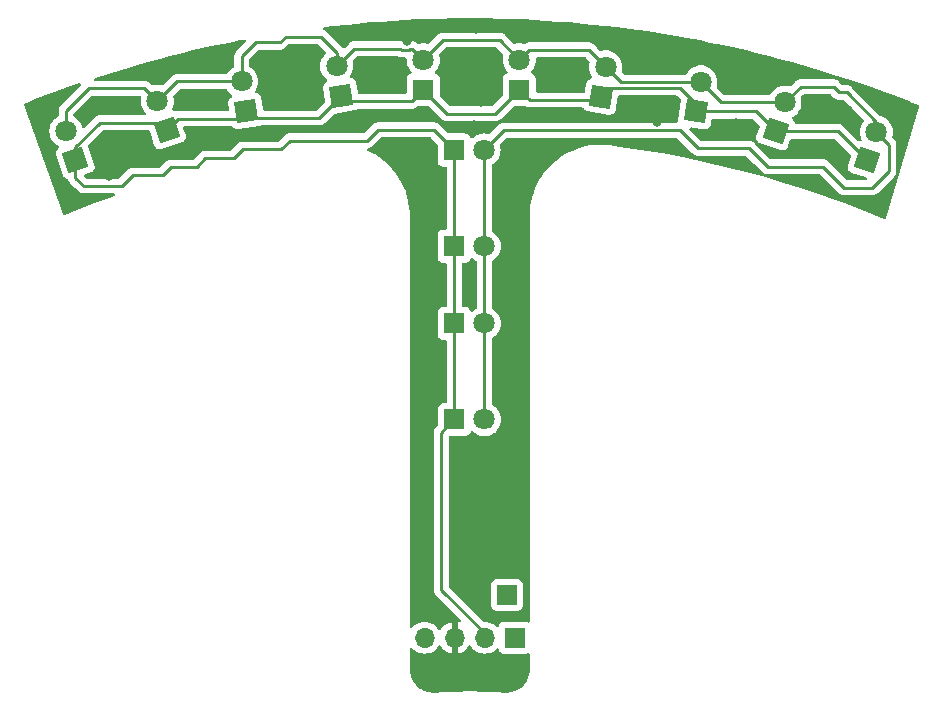
<source format=gbr>
%TF.GenerationSoftware,KiCad,Pcbnew,7.0.9*%
%TF.CreationDate,2024-12-17T15:03:35+09:00*%
%TF.ProjectId,line_side_robot2,6c696e65-5f73-4696-9465-5f726f626f74,rev?*%
%TF.SameCoordinates,Original*%
%TF.FileFunction,Copper,L2,Bot*%
%TF.FilePolarity,Positive*%
%FSLAX46Y46*%
G04 Gerber Fmt 4.6, Leading zero omitted, Abs format (unit mm)*
G04 Created by KiCad (PCBNEW 7.0.9) date 2024-12-17 15:03:35*
%MOMM*%
%LPD*%
G01*
G04 APERTURE LIST*
G04 Aperture macros list*
%AMRotRect*
0 Rectangle, with rotation*
0 The origin of the aperture is its center*
0 $1 length*
0 $2 width*
0 $3 Rotation angle, in degrees counterclockwise*
0 Add horizontal line*
21,1,$1,$2,0,0,$3*%
G04 Aperture macros list end*
%TA.AperFunction,ComponentPad*%
%ADD10R,1.700000X1.700000*%
%TD*%
%TA.AperFunction,ComponentPad*%
%ADD11R,1.800000X1.800000*%
%TD*%
%TA.AperFunction,ComponentPad*%
%ADD12C,1.800000*%
%TD*%
%TA.AperFunction,ComponentPad*%
%ADD13RotRect,1.800000X1.800000X108.000000*%
%TD*%
%TA.AperFunction,ComponentPad*%
%ADD14RotRect,1.800000X1.800000X99.000000*%
%TD*%
%TA.AperFunction,ComponentPad*%
%ADD15O,1.700000X1.700000*%
%TD*%
%TA.AperFunction,ComponentPad*%
%ADD16RotRect,1.800000X1.800000X72.000000*%
%TD*%
%TA.AperFunction,ComponentPad*%
%ADD17RotRect,1.800000X1.800000X81.000000*%
%TD*%
%TA.AperFunction,ViaPad*%
%ADD18C,0.800000*%
%TD*%
%TA.AperFunction,Conductor*%
%ADD19C,0.250000*%
%TD*%
G04 APERTURE END LIST*
D10*
%TO.P,J2,1,Pin_1*%
%TO.N,+5V*%
X184280000Y-77420000D03*
%TD*%
D11*
%TO.P,Q12,1,C*%
%TO.N,+3.3V*%
X179810000Y-47875000D03*
D12*
%TO.P,Q12,2,E*%
%TO.N,Net-(Q1-E)*%
X182350000Y-47875000D03*
%TD*%
D13*
%TO.P,Q1,1,C*%
%TO.N,+3.3V*%
X155464502Y-38024803D03*
D12*
%TO.P,Q1,2,E*%
%TO.N,Net-(Q1-E)*%
X154679599Y-35609119D03*
%TD*%
D11*
%TO.P,Q11,1,C*%
%TO.N,+3.3V*%
X179810000Y-54410000D03*
D12*
%TO.P,Q11,2,E*%
%TO.N,Net-(Q1-E)*%
X182350000Y-54410000D03*
%TD*%
D11*
%TO.P,Q10,1,C*%
%TO.N,+3.3V*%
X179825000Y-62550000D03*
D12*
%TO.P,Q10,2,E*%
%TO.N,Net-(Q1-E)*%
X182365000Y-62550000D03*
%TD*%
D11*
%TO.P,Q4,1,C*%
%TO.N,+3.3V*%
X179795000Y-39735000D03*
D12*
%TO.P,Q4,2,E*%
%TO.N,Net-(Q1-E)*%
X182335000Y-39735000D03*
%TD*%
D11*
%TO.P,Q14,1,C*%
%TO.N,+3.3V*%
X185320000Y-34625000D03*
D12*
%TO.P,Q14,2,E*%
%TO.N,Net-(Q1-E)*%
X185320000Y-32085000D03*
%TD*%
D14*
%TO.P,Q6,1,C*%
%TO.N,+3.3V*%
X170258466Y-35150062D03*
D12*
%TO.P,Q6,2,E*%
%TO.N,Net-(Q1-E)*%
X169861122Y-32641334D03*
%TD*%
D10*
%TO.P,J1,1,Pin_1*%
%TO.N,/PWM*%
X184930000Y-81025000D03*
D15*
%TO.P,J1,2,Pin_2*%
%TO.N,+3.3V*%
X182390000Y-81025000D03*
%TO.P,J1,3,Pin_3*%
%TO.N,GND*%
X179850000Y-81025000D03*
%TO.P,J1,4,Pin_4*%
%TO.N,/S*%
X177310000Y-81025000D03*
%TD*%
D16*
%TO.P,Q7,1,C*%
%TO.N,+3.3V*%
X214764863Y-40617452D03*
D12*
%TO.P,Q7,2,E*%
%TO.N,Net-(Q1-E)*%
X215549766Y-38201768D03*
%TD*%
D13*
%TO.P,Q9,1,C*%
%TO.N,+3.3V*%
X147727537Y-40554467D03*
D12*
%TO.P,Q9,2,E*%
%TO.N,Net-(Q1-E)*%
X146942634Y-38138783D03*
%TD*%
D11*
%TO.P,Q13,1,C*%
%TO.N,+3.3V*%
X177180000Y-34640000D03*
D12*
%TO.P,Q13,2,E*%
%TO.N,Net-(Q1-E)*%
X177180000Y-32100000D03*
%TD*%
D17*
%TO.P,Q2,1,C*%
%TO.N,+3.3V*%
X200278240Y-36462546D03*
D12*
%TO.P,Q2,2,E*%
%TO.N,Net-(Q1-E)*%
X200675584Y-33953818D03*
%TD*%
D17*
%TO.P,Q5,1,C*%
%TO.N,+3.3V*%
X192236110Y-35203984D03*
D12*
%TO.P,Q5,2,E*%
%TO.N,Net-(Q1-E)*%
X192633454Y-32695256D03*
%TD*%
D16*
%TO.P,Q8,1,C*%
%TO.N,+3.3V*%
X207018628Y-38116320D03*
D12*
%TO.P,Q8,2,E*%
%TO.N,Net-(Q1-E)*%
X207803531Y-35700636D03*
%TD*%
D14*
%TO.P,Q3,1,C*%
%TO.N,+3.3V*%
X162221029Y-36438254D03*
D12*
%TO.P,Q3,2,E*%
%TO.N,Net-(Q1-E)*%
X161823685Y-33929526D03*
%TD*%
D18*
%TO.N,GND*%
X155194000Y-33655000D03*
X205232000Y-32004000D03*
X184700000Y-71250000D03*
X210950000Y-42900000D03*
X173625000Y-33475000D03*
X181675000Y-29450000D03*
X209275000Y-39775000D03*
X176950000Y-43800000D03*
X188800000Y-33650000D03*
X179200000Y-34900000D03*
X149175000Y-36150000D03*
X168325000Y-33950000D03*
X184925000Y-51250000D03*
X184325000Y-44875000D03*
X182100000Y-35700000D03*
X158625000Y-35575000D03*
X184475000Y-59250000D03*
X166650000Y-31225000D03*
X194125000Y-35775000D03*
X177175000Y-64925000D03*
X183150000Y-31650000D03*
X196977000Y-37325500D03*
X181475000Y-37625000D03*
X177225000Y-39475000D03*
X213125000Y-36325000D03*
X163725000Y-33125000D03*
X186182000Y-39878000D03*
X180075000Y-65250000D03*
X159100000Y-38150000D03*
X175808249Y-30486973D03*
X150575000Y-41910000D03*
X181150000Y-50975000D03*
X197300000Y-31100000D03*
X181625000Y-75025000D03*
X145850000Y-36050000D03*
X214425000Y-34925000D03*
X158575000Y-32025000D03*
X177225000Y-74100000D03*
X178375000Y-51175000D03*
X203625000Y-37475000D03*
X177500000Y-59400000D03*
%TD*%
D19*
%TO.N,+3.3V*%
X179795000Y-39735000D02*
X178085000Y-38025000D01*
X156414305Y-37075000D02*
X161584283Y-37075000D01*
X178700000Y-76975000D02*
X178700000Y-63675000D01*
X172425000Y-38950000D02*
X165875000Y-38950000D01*
X207018628Y-38116320D02*
X207052308Y-38150000D01*
X198925000Y-34475000D02*
X200278240Y-35828240D01*
X165875000Y-38950000D02*
X165175000Y-39650000D01*
X178085000Y-38025000D02*
X173350000Y-38025000D01*
X162221029Y-36438254D02*
X162807775Y-37025000D01*
X177180000Y-34640000D02*
X179215000Y-36675000D01*
X191940094Y-35500000D02*
X192236110Y-35203984D01*
X155464502Y-38024803D02*
X156414305Y-37075000D01*
X185320000Y-34625000D02*
X186195000Y-35500000D01*
X170258466Y-35150062D02*
X170733404Y-35625000D01*
X192965094Y-34475000D02*
X198925000Y-34475000D01*
X200278240Y-35828240D02*
X200278240Y-36462546D01*
X178700000Y-63675000D02*
X179825000Y-62550000D01*
X155125000Y-41875000D02*
X152575000Y-41875000D01*
X179825000Y-62550000D02*
X179825000Y-54425000D01*
X170733404Y-35625000D02*
X176195000Y-35625000D01*
X179810000Y-39750000D02*
X179795000Y-39735000D01*
X168383528Y-37025000D02*
X170258466Y-35150062D01*
X155825000Y-41175000D02*
X155125000Y-41875000D01*
X158750000Y-40425000D02*
X158000000Y-41175000D01*
X161584283Y-37075000D02*
X162221029Y-36438254D01*
X182390000Y-81025000D02*
X182390000Y-80665000D01*
X161925000Y-39650000D02*
X161150000Y-40425000D01*
X162807775Y-37025000D02*
X168383528Y-37025000D01*
X151675000Y-42775000D02*
X148425000Y-42775000D01*
X148425000Y-42775000D02*
X147727537Y-42077537D01*
X152575000Y-41875000D02*
X151675000Y-42775000D01*
X176195000Y-35625000D02*
X177180000Y-34640000D01*
X179215000Y-36675000D02*
X183270000Y-36675000D01*
X158000000Y-41175000D02*
X155825000Y-41175000D01*
X179810000Y-54410000D02*
X179810000Y-47875000D01*
X173350000Y-38025000D02*
X172425000Y-38950000D01*
X205364854Y-36462546D02*
X207018628Y-38116320D01*
X212297411Y-38150000D02*
X214764863Y-40617452D01*
X207052308Y-38150000D02*
X212297411Y-38150000D01*
X147727537Y-40554467D02*
X147727537Y-39497463D01*
X147727537Y-42077537D02*
X147727537Y-40554467D01*
X192236110Y-35203984D02*
X192965094Y-34475000D01*
X183270000Y-36675000D02*
X185320000Y-34625000D01*
X186195000Y-35500000D02*
X191940094Y-35500000D01*
X179810000Y-47875000D02*
X179810000Y-39750000D01*
X154864699Y-37425000D02*
X155464502Y-38024803D01*
X165175000Y-39650000D02*
X161925000Y-39650000D01*
X179825000Y-54425000D02*
X179810000Y-54410000D01*
X182390000Y-80665000D02*
X178700000Y-76975000D01*
X161150000Y-40425000D02*
X158750000Y-40425000D01*
X149800000Y-37425000D02*
X154864699Y-37425000D01*
X147727537Y-39497463D02*
X149800000Y-37425000D01*
X200278240Y-36462546D02*
X205364854Y-36462546D01*
%TO.N,Net-(Q1-E)*%
X168500000Y-30125000D02*
X165525000Y-30125000D01*
X182335000Y-39735000D02*
X184020000Y-38050000D01*
X212825000Y-42925000D02*
X215200000Y-42925000D01*
X215549766Y-38201768D02*
X215549766Y-37374766D01*
X153570480Y-34500000D02*
X148850000Y-34500000D01*
X204775000Y-39575000D02*
X206350000Y-41150000D01*
X165525000Y-30125000D02*
X165025000Y-30625000D01*
X211925000Y-34375000D02*
X209129167Y-34375000D01*
X176230000Y-31150000D02*
X176100305Y-31150000D01*
X191188198Y-31250000D02*
X186155000Y-31250000D01*
X182350000Y-54410000D02*
X182350000Y-39750000D01*
X175374695Y-31275000D02*
X175249695Y-31150000D01*
X198900000Y-38050000D02*
X200425000Y-39575000D01*
X184020000Y-38050000D02*
X198900000Y-38050000D01*
X211050000Y-41150000D02*
X212825000Y-42925000D01*
X176100305Y-31150000D02*
X175975305Y-31275000D01*
X215200000Y-42925000D02*
X216625000Y-41500000D01*
X183660000Y-30425000D02*
X178855000Y-30425000D01*
X200425000Y-39575000D02*
X204775000Y-39575000D01*
X182365000Y-62550000D02*
X182365000Y-54425000D01*
X177180000Y-32100000D02*
X176230000Y-31150000D01*
X209129167Y-34375000D02*
X207803531Y-35700636D01*
X175249695Y-31150000D02*
X171352456Y-31150000D01*
X163000000Y-30625000D02*
X161823685Y-31801315D01*
X169861122Y-31486122D02*
X168500000Y-30125000D01*
X212400000Y-34850000D02*
X211925000Y-34375000D01*
X169861122Y-32641334D02*
X169861122Y-31486122D01*
X182350000Y-39750000D02*
X182335000Y-39735000D01*
X216625000Y-39277002D02*
X215549766Y-38201768D01*
X213025000Y-34850000D02*
X212400000Y-34850000D01*
X154679599Y-35609119D02*
X153570480Y-34500000D01*
X186155000Y-31250000D02*
X185320000Y-32085000D01*
X156359192Y-33929526D02*
X154679599Y-35609119D01*
X185320000Y-32085000D02*
X183660000Y-30425000D01*
X161823685Y-31801315D02*
X161823685Y-33929526D01*
X182350000Y-47875000D02*
X182350000Y-39750000D01*
X200675584Y-33953818D02*
X200629402Y-34000000D01*
X171352456Y-31150000D02*
X169861122Y-32641334D01*
X161823685Y-33929526D02*
X156359192Y-33929526D01*
X148850000Y-34500000D02*
X146942634Y-36407366D01*
X182365000Y-54425000D02*
X182350000Y-54410000D01*
X192633454Y-32695256D02*
X191188198Y-31250000D01*
X206350000Y-41150000D02*
X211050000Y-41150000D01*
X175975305Y-31275000D02*
X175374695Y-31275000D01*
X178855000Y-30425000D02*
X177180000Y-32100000D01*
X202422402Y-35700636D02*
X200675584Y-33953818D01*
X193938198Y-34000000D02*
X192633454Y-32695256D01*
X200629402Y-34000000D02*
X193938198Y-34000000D01*
X165025000Y-30625000D02*
X163000000Y-30625000D01*
X146942634Y-36407366D02*
X146942634Y-38138783D01*
X215549766Y-37374766D02*
X213025000Y-34850000D01*
X182365000Y-62550000D02*
X182876701Y-63061701D01*
X216625000Y-41500000D02*
X216625000Y-39277002D01*
X207803531Y-35700636D02*
X202422402Y-35700636D01*
%TD*%
%TA.AperFunction,Conductor*%
%TO.N,GND*%
G36*
X180100000Y-82355633D02*
G01*
X180313483Y-82298433D01*
X180313492Y-82298429D01*
X180527578Y-82198600D01*
X180721082Y-82063105D01*
X180888105Y-81896082D01*
X181018119Y-81710405D01*
X181072696Y-81666781D01*
X181142195Y-81659588D01*
X181204549Y-81691110D01*
X181221269Y-81710405D01*
X181351505Y-81896401D01*
X181518599Y-82063495D01*
X181615384Y-82131265D01*
X181712165Y-82199032D01*
X181712167Y-82199033D01*
X181712170Y-82199035D01*
X181926337Y-82298903D01*
X182154592Y-82360063D01*
X182331034Y-82375500D01*
X182389999Y-82380659D01*
X182390000Y-82380659D01*
X182390001Y-82380659D01*
X182448966Y-82375500D01*
X182625408Y-82360063D01*
X182853663Y-82298903D01*
X183067830Y-82199035D01*
X183261401Y-82063495D01*
X183383329Y-81941566D01*
X183444648Y-81908084D01*
X183514340Y-81913068D01*
X183570274Y-81954939D01*
X183587189Y-81985917D01*
X183636202Y-82117328D01*
X183636206Y-82117335D01*
X183722452Y-82232544D01*
X183722455Y-82232547D01*
X183837664Y-82318793D01*
X183837671Y-82318797D01*
X183972517Y-82369091D01*
X183972516Y-82369091D01*
X183979444Y-82369835D01*
X184032127Y-82375500D01*
X185827872Y-82375499D01*
X185887483Y-82369091D01*
X186030641Y-82315697D01*
X186031117Y-82316974D01*
X186090326Y-82304091D01*
X186155791Y-82328504D01*
X186197666Y-82384435D01*
X186205487Y-82427776D01*
X186205487Y-83674146D01*
X186205364Y-83678047D01*
X186199505Y-83771002D01*
X186188643Y-83930077D01*
X186187684Y-83937498D01*
X186165362Y-84054313D01*
X186137746Y-84187434D01*
X186135993Y-84194036D01*
X186097658Y-84311806D01*
X186053633Y-84435896D01*
X186051280Y-84441610D01*
X185997547Y-84555576D01*
X185937760Y-84671185D01*
X185935003Y-84675978D01*
X185867508Y-84782107D01*
X185865880Y-84784539D01*
X185792100Y-84889285D01*
X185789136Y-84893160D01*
X185708551Y-84990338D01*
X185706189Y-84993025D01*
X185619116Y-85086488D01*
X185616131Y-85089482D01*
X185523898Y-85175854D01*
X185520715Y-85178637D01*
X185421743Y-85259399D01*
X185418906Y-85261580D01*
X185316659Y-85335616D01*
X185312598Y-85338320D01*
X185203259Y-85405063D01*
X185200725Y-85406528D01*
X185090375Y-85466934D01*
X185085412Y-85469370D01*
X184966151Y-85521444D01*
X184848880Y-85567598D01*
X184843025Y-85569572D01*
X184716320Y-85605365D01*
X184596304Y-85635893D01*
X184589603Y-85637210D01*
X184454945Y-85656042D01*
X184336919Y-85670657D01*
X184329455Y-85671127D01*
X184170803Y-85671540D01*
X184079864Y-85671298D01*
X184076778Y-85671289D01*
X184072879Y-85671157D01*
X183485746Y-85632572D01*
X182305782Y-85586105D01*
X181125005Y-85570612D01*
X179944228Y-85586105D01*
X178764264Y-85632572D01*
X178177053Y-85671162D01*
X178173153Y-85671295D01*
X178079954Y-85671545D01*
X177920549Y-85671134D01*
X177913083Y-85670664D01*
X177795043Y-85656047D01*
X177660409Y-85637219D01*
X177653707Y-85635902D01*
X177533661Y-85605367D01*
X177406984Y-85569582D01*
X177401129Y-85567608D01*
X177283829Y-85521442D01*
X177205859Y-85487399D01*
X177164589Y-85469379D01*
X177159632Y-85466946D01*
X177049273Y-85406535D01*
X177046740Y-85405070D01*
X176937407Y-85338332D01*
X176933346Y-85335628D01*
X176831088Y-85261583D01*
X176828252Y-85259402D01*
X176729284Y-85178646D01*
X176726101Y-85175863D01*
X176633861Y-85089485D01*
X176630875Y-85086491D01*
X176543800Y-84993025D01*
X176541438Y-84990339D01*
X176541437Y-84990338D01*
X176460846Y-84893152D01*
X176457900Y-84889300D01*
X176457889Y-84889285D01*
X176432700Y-84853523D01*
X176384126Y-84784560D01*
X176382512Y-84782151D01*
X176335210Y-84707773D01*
X176314984Y-84675969D01*
X176312232Y-84671185D01*
X176282012Y-84612750D01*
X176252465Y-84555616D01*
X176198713Y-84441610D01*
X176198700Y-84441583D01*
X176196353Y-84435882D01*
X176152346Y-84311838D01*
X176147360Y-84296521D01*
X176113996Y-84194022D01*
X176112245Y-84187426D01*
X176084634Y-84054326D01*
X176083604Y-84048939D01*
X176062305Y-83937481D01*
X176061353Y-83930108D01*
X176050364Y-83769046D01*
X176046598Y-83709292D01*
X176044646Y-83678294D01*
X176044523Y-83674395D01*
X176044523Y-81965515D01*
X176064208Y-81898476D01*
X176117012Y-81852721D01*
X176186170Y-81842777D01*
X176249726Y-81871802D01*
X176270098Y-81894392D01*
X176271505Y-81896401D01*
X176438599Y-82063495D01*
X176535384Y-82131265D01*
X176632165Y-82199032D01*
X176632167Y-82199033D01*
X176632170Y-82199035D01*
X176846337Y-82298903D01*
X177074592Y-82360063D01*
X177251034Y-82375500D01*
X177309999Y-82380659D01*
X177310000Y-82380659D01*
X177310001Y-82380659D01*
X177368966Y-82375500D01*
X177545408Y-82360063D01*
X177773663Y-82298903D01*
X177987830Y-82199035D01*
X178181401Y-82063495D01*
X178348495Y-81896401D01*
X178478730Y-81710405D01*
X178533307Y-81666781D01*
X178602805Y-81659587D01*
X178665160Y-81691110D01*
X178681879Y-81710405D01*
X178811890Y-81896078D01*
X178978917Y-82063105D01*
X179172421Y-82198600D01*
X179386507Y-82298429D01*
X179386516Y-82298433D01*
X179600000Y-82355634D01*
X179600000Y-81460501D01*
X179707685Y-81509680D01*
X179814237Y-81525000D01*
X179885763Y-81525000D01*
X179992315Y-81509680D01*
X180100000Y-81460501D01*
X180100000Y-82355633D01*
G37*
%TD.AperFunction*%
%TA.AperFunction,Conductor*%
G36*
X177841587Y-38670185D02*
G01*
X177862229Y-38686819D01*
X178358181Y-39182771D01*
X178391666Y-39244094D01*
X178394500Y-39270452D01*
X178394500Y-40682870D01*
X178394501Y-40682876D01*
X178400908Y-40742483D01*
X178451202Y-40877328D01*
X178451206Y-40877335D01*
X178537452Y-40992544D01*
X178537455Y-40992547D01*
X178652664Y-41078793D01*
X178652671Y-41078797D01*
X178672426Y-41086165D01*
X178787517Y-41129091D01*
X178847127Y-41135500D01*
X179060500Y-41135499D01*
X179127539Y-41155183D01*
X179173294Y-41207987D01*
X179184500Y-41259499D01*
X179184500Y-46350500D01*
X179164815Y-46417539D01*
X179112011Y-46463294D01*
X179060501Y-46474500D01*
X178862130Y-46474500D01*
X178862123Y-46474501D01*
X178802516Y-46480908D01*
X178667671Y-46531202D01*
X178667664Y-46531206D01*
X178552455Y-46617452D01*
X178552452Y-46617455D01*
X178466206Y-46732664D01*
X178466202Y-46732671D01*
X178415908Y-46867517D01*
X178409501Y-46927116D01*
X178409500Y-46927135D01*
X178409500Y-48822870D01*
X178409501Y-48822876D01*
X178415908Y-48882483D01*
X178466202Y-49017328D01*
X178466206Y-49017335D01*
X178552452Y-49132544D01*
X178552455Y-49132547D01*
X178667664Y-49218793D01*
X178667671Y-49218797D01*
X178712618Y-49235561D01*
X178802517Y-49269091D01*
X178862127Y-49275500D01*
X179060500Y-49275499D01*
X179127539Y-49295183D01*
X179173294Y-49347987D01*
X179184500Y-49399499D01*
X179184500Y-52885500D01*
X179164815Y-52952539D01*
X179112011Y-52998294D01*
X179060501Y-53009500D01*
X178862130Y-53009500D01*
X178862123Y-53009501D01*
X178802516Y-53015908D01*
X178667671Y-53066202D01*
X178667664Y-53066206D01*
X178552455Y-53152452D01*
X178552452Y-53152455D01*
X178466206Y-53267664D01*
X178466202Y-53267671D01*
X178415908Y-53402517D01*
X178409501Y-53462116D01*
X178409500Y-53462135D01*
X178409500Y-55357870D01*
X178409501Y-55357876D01*
X178415908Y-55417483D01*
X178466202Y-55552328D01*
X178466206Y-55552335D01*
X178552452Y-55667544D01*
X178552455Y-55667547D01*
X178667664Y-55753793D01*
X178667671Y-55753797D01*
X178712618Y-55770561D01*
X178802517Y-55804091D01*
X178862127Y-55810500D01*
X179075500Y-55810499D01*
X179142539Y-55830183D01*
X179188294Y-55882987D01*
X179199500Y-55934499D01*
X179199500Y-61025500D01*
X179179815Y-61092539D01*
X179127011Y-61138294D01*
X179075501Y-61149500D01*
X178877130Y-61149500D01*
X178877123Y-61149501D01*
X178817516Y-61155908D01*
X178682671Y-61206202D01*
X178682664Y-61206206D01*
X178567455Y-61292452D01*
X178567452Y-61292455D01*
X178481206Y-61407664D01*
X178481202Y-61407671D01*
X178430908Y-61542517D01*
X178424501Y-61602116D01*
X178424500Y-61602135D01*
X178424500Y-63014546D01*
X178404815Y-63081585D01*
X178388185Y-63102222D01*
X178316208Y-63174200D01*
X178303951Y-63184020D01*
X178304134Y-63184241D01*
X178298123Y-63189213D01*
X178250772Y-63239636D01*
X178229889Y-63260519D01*
X178229877Y-63260532D01*
X178225621Y-63266017D01*
X178221837Y-63270447D01*
X178189937Y-63304418D01*
X178189936Y-63304420D01*
X178180284Y-63321976D01*
X178169610Y-63338226D01*
X178157329Y-63354061D01*
X178157324Y-63354068D01*
X178138815Y-63396838D01*
X178136245Y-63402084D01*
X178113803Y-63442906D01*
X178108822Y-63462307D01*
X178102521Y-63480710D01*
X178094562Y-63499102D01*
X178094561Y-63499105D01*
X178087271Y-63545127D01*
X178086087Y-63550846D01*
X178074501Y-63595972D01*
X178074500Y-63595982D01*
X178074500Y-63616016D01*
X178072973Y-63635415D01*
X178069840Y-63655194D01*
X178069840Y-63655195D01*
X178074225Y-63701583D01*
X178074500Y-63707421D01*
X178074500Y-76892255D01*
X178072775Y-76907872D01*
X178073061Y-76907899D01*
X178072326Y-76915665D01*
X178074500Y-76984814D01*
X178074500Y-77014343D01*
X178074501Y-77014360D01*
X178075368Y-77021231D01*
X178075826Y-77027050D01*
X178077290Y-77073624D01*
X178077291Y-77073627D01*
X178082880Y-77092867D01*
X178086824Y-77111911D01*
X178089336Y-77131791D01*
X178106490Y-77175119D01*
X178108382Y-77180647D01*
X178121381Y-77225388D01*
X178131580Y-77242634D01*
X178140138Y-77260103D01*
X178147514Y-77278732D01*
X178174898Y-77316423D01*
X178178106Y-77321307D01*
X178201827Y-77361416D01*
X178201833Y-77361424D01*
X178215990Y-77375580D01*
X178228628Y-77390376D01*
X178240405Y-77406586D01*
X178240406Y-77406587D01*
X178276309Y-77436288D01*
X178280620Y-77440210D01*
X179352738Y-78512328D01*
X180366681Y-79526271D01*
X180400166Y-79587594D01*
X180395182Y-79657286D01*
X180353310Y-79713219D01*
X180287846Y-79737636D01*
X180246907Y-79733727D01*
X180100000Y-79694363D01*
X180100000Y-80589498D01*
X179992315Y-80540320D01*
X179885763Y-80525000D01*
X179814237Y-80525000D01*
X179707685Y-80540320D01*
X179600000Y-80589498D01*
X179600000Y-79694364D01*
X179599999Y-79694364D01*
X179386513Y-79751567D01*
X179386507Y-79751570D01*
X179172422Y-79851399D01*
X179172420Y-79851400D01*
X178978926Y-79986886D01*
X178978920Y-79986891D01*
X178811891Y-80153920D01*
X178811890Y-80153922D01*
X178681880Y-80339595D01*
X178627303Y-80383219D01*
X178557804Y-80390412D01*
X178495450Y-80358890D01*
X178478730Y-80339594D01*
X178348494Y-80153597D01*
X178181402Y-79986506D01*
X178181395Y-79986501D01*
X177987834Y-79850967D01*
X177987830Y-79850965D01*
X177987828Y-79850964D01*
X177773663Y-79751097D01*
X177773659Y-79751096D01*
X177773655Y-79751094D01*
X177545413Y-79689938D01*
X177545403Y-79689936D01*
X177310001Y-79669341D01*
X177309999Y-79669341D01*
X177074596Y-79689936D01*
X177074586Y-79689938D01*
X176846344Y-79751094D01*
X176846335Y-79751098D01*
X176632171Y-79850964D01*
X176632169Y-79850965D01*
X176438597Y-79986505D01*
X176271505Y-80153597D01*
X176270094Y-80155613D01*
X176269244Y-80156292D01*
X176268026Y-80157744D01*
X176267734Y-80157499D01*
X176215514Y-80199235D01*
X176146015Y-80206424D01*
X176083663Y-80174898D01*
X176048252Y-80114666D01*
X176044523Y-80084484D01*
X176044523Y-45336090D01*
X176044562Y-45059911D01*
X176044562Y-45059910D01*
X176008748Y-44597385D01*
X175937336Y-44139008D01*
X175937336Y-44139007D01*
X175903793Y-43996919D01*
X175830752Y-43687509D01*
X175728542Y-43367433D01*
X175689634Y-43245590D01*
X175689634Y-43245591D01*
X175689632Y-43245585D01*
X175514819Y-42815873D01*
X175307355Y-42400938D01*
X175068480Y-42003257D01*
X174799618Y-41625203D01*
X174579841Y-41361856D01*
X174502377Y-41269035D01*
X174243600Y-41003618D01*
X174178522Y-40936870D01*
X174178520Y-40936869D01*
X174178516Y-40936864D01*
X173829994Y-40630696D01*
X173458870Y-40352342D01*
X173067361Y-40103465D01*
X173067361Y-40103466D01*
X173059743Y-40099413D01*
X172925352Y-40027907D01*
X172657826Y-39885563D01*
X172484927Y-39810065D01*
X172431367Y-39765199D01*
X172410566Y-39698497D01*
X172429129Y-39631138D01*
X172481162Y-39584508D01*
X172516242Y-39575993D01*
X172515916Y-39573931D01*
X172523617Y-39572710D01*
X172523619Y-39572709D01*
X172523627Y-39572709D01*
X172542869Y-39567117D01*
X172561912Y-39563174D01*
X172581792Y-39560664D01*
X172625122Y-39543507D01*
X172630646Y-39541617D01*
X172634396Y-39540527D01*
X172675390Y-39528618D01*
X172692629Y-39518422D01*
X172710103Y-39509862D01*
X172728727Y-39502488D01*
X172728727Y-39502487D01*
X172728732Y-39502486D01*
X172766449Y-39475082D01*
X172771305Y-39471892D01*
X172811420Y-39448170D01*
X172825589Y-39433999D01*
X172840379Y-39421368D01*
X172856587Y-39409594D01*
X172886299Y-39373676D01*
X172890212Y-39369376D01*
X173572771Y-38686819D01*
X173634094Y-38653334D01*
X173660452Y-38650500D01*
X177774548Y-38650500D01*
X177841587Y-38670185D01*
G37*
%TD.AperFunction*%
%TA.AperFunction,Conductor*%
G36*
X182662511Y-28590448D02*
G01*
X183597648Y-28609058D01*
X184667220Y-28640266D01*
X185601539Y-28677470D01*
X186670703Y-28729490D01*
X187603471Y-28785240D01*
X188672170Y-28858092D01*
X189602645Y-28932310D01*
X190670825Y-29026025D01*
X191598384Y-29118619D01*
X192665729Y-29233216D01*
X193589776Y-29344068D01*
X194656358Y-29479610D01*
X195476560Y-29594604D01*
X195576120Y-29608562D01*
X196641765Y-29765098D01*
X197556308Y-29911928D01*
X198621185Y-30089570D01*
X199529935Y-30254081D01*
X200593860Y-30452901D01*
X201495762Y-30634777D01*
X202559097Y-30854968D01*
X203452976Y-31053814D01*
X204516104Y-31295613D01*
X205400513Y-31510907D01*
X206464032Y-31774646D01*
X207337309Y-32005728D01*
X208402327Y-32291933D01*
X209262040Y-32537831D01*
X210330017Y-32847220D01*
X211173076Y-33106608D01*
X212246515Y-33440337D01*
X213068509Y-33711263D01*
X214150881Y-34070995D01*
X214935773Y-34347124D01*
X214945076Y-34350396D01*
X216042619Y-34739030D01*
X216558936Y-34932302D01*
X216795520Y-35020862D01*
X217920787Y-35444111D01*
X218336240Y-35609125D01*
X218604788Y-35715789D01*
X218618234Y-35721147D01*
X219080090Y-35905195D01*
X219135080Y-35948298D01*
X219158037Y-36014289D01*
X219153191Y-36055230D01*
X216400970Y-45454890D01*
X216363240Y-45513697D01*
X216299706Y-45542770D01*
X216235483Y-45535004D01*
X214776004Y-44944866D01*
X213089690Y-44301201D01*
X211391073Y-43690741D01*
X209680807Y-43113721D01*
X207959551Y-42570362D01*
X206227967Y-42060875D01*
X204486722Y-41585455D01*
X202736485Y-41144285D01*
X200977930Y-40737534D01*
X199211734Y-40365361D01*
X197438578Y-40027907D01*
X195659142Y-39725302D01*
X193874112Y-39457664D01*
X193819534Y-39450573D01*
X192979782Y-39341469D01*
X192979170Y-39341389D01*
X192978086Y-39341248D01*
X192871574Y-39327410D01*
X192749130Y-39311483D01*
X192749125Y-39311483D01*
X192285842Y-39287402D01*
X192285839Y-39287402D01*
X192285838Y-39287402D01*
X192238822Y-39288593D01*
X191822082Y-39299156D01*
X191360614Y-39346675D01*
X191360611Y-39346675D01*
X191360606Y-39346676D01*
X190904196Y-39429675D01*
X190904191Y-39429676D01*
X190455538Y-39547663D01*
X190369174Y-39577673D01*
X190017337Y-39699929D01*
X189802614Y-39793690D01*
X189592186Y-39885575D01*
X189514650Y-39926830D01*
X189182662Y-40103472D01*
X189182652Y-40103477D01*
X189182652Y-40103476D01*
X188791144Y-40352352D01*
X188420014Y-40630710D01*
X188298413Y-40737534D01*
X188071498Y-40936872D01*
X188071493Y-40936877D01*
X188071492Y-40936878D01*
X188017219Y-40992544D01*
X187747638Y-41269043D01*
X187450392Y-41625216D01*
X187450393Y-41625216D01*
X187244679Y-41914476D01*
X187181536Y-42003263D01*
X186942656Y-42400950D01*
X186942657Y-42400950D01*
X186735197Y-42815877D01*
X186560384Y-43245588D01*
X186560382Y-43245594D01*
X186560382Y-43245593D01*
X186523467Y-43361195D01*
X186419264Y-43687511D01*
X186365916Y-43913498D01*
X186312680Y-44139009D01*
X186312680Y-44139010D01*
X186241268Y-44597386D01*
X186205454Y-45059911D01*
X186205487Y-45291867D01*
X186205487Y-79622223D01*
X186185802Y-79689262D01*
X186132998Y-79735017D01*
X186063840Y-79744961D01*
X186030770Y-79733955D01*
X186030641Y-79734303D01*
X185887482Y-79680908D01*
X185887483Y-79680908D01*
X185827883Y-79674501D01*
X185827881Y-79674500D01*
X185827873Y-79674500D01*
X185827864Y-79674500D01*
X184032129Y-79674500D01*
X184032123Y-79674501D01*
X183972516Y-79680908D01*
X183837671Y-79731202D01*
X183837664Y-79731206D01*
X183722455Y-79817452D01*
X183722452Y-79817455D01*
X183636206Y-79932664D01*
X183636203Y-79932669D01*
X183587189Y-80064083D01*
X183545317Y-80120016D01*
X183479853Y-80144433D01*
X183411580Y-80129581D01*
X183383326Y-80108430D01*
X183261402Y-79986506D01*
X183261395Y-79986501D01*
X183067834Y-79850967D01*
X183067830Y-79850965D01*
X183067828Y-79850964D01*
X182853663Y-79751097D01*
X182853659Y-79751096D01*
X182853655Y-79751094D01*
X182625413Y-79689938D01*
X182625403Y-79689936D01*
X182390001Y-79669341D01*
X182389996Y-79669341D01*
X182345465Y-79673236D01*
X182276965Y-79659468D01*
X182246979Y-79637389D01*
X180927460Y-78317870D01*
X182929500Y-78317870D01*
X182929501Y-78317876D01*
X182935908Y-78377483D01*
X182986202Y-78512328D01*
X182986206Y-78512335D01*
X183072452Y-78627544D01*
X183072455Y-78627547D01*
X183187664Y-78713793D01*
X183187671Y-78713797D01*
X183322517Y-78764091D01*
X183322516Y-78764091D01*
X183329444Y-78764835D01*
X183382127Y-78770500D01*
X185177872Y-78770499D01*
X185237483Y-78764091D01*
X185372331Y-78713796D01*
X185487546Y-78627546D01*
X185573796Y-78512331D01*
X185624091Y-78377483D01*
X185630500Y-78317873D01*
X185630499Y-76522128D01*
X185624091Y-76462517D01*
X185573796Y-76327669D01*
X185573795Y-76327668D01*
X185573793Y-76327664D01*
X185487547Y-76212455D01*
X185487544Y-76212452D01*
X185372335Y-76126206D01*
X185372328Y-76126202D01*
X185237482Y-76075908D01*
X185237483Y-76075908D01*
X185177883Y-76069501D01*
X185177881Y-76069500D01*
X185177873Y-76069500D01*
X185177864Y-76069500D01*
X183382129Y-76069500D01*
X183382123Y-76069501D01*
X183322516Y-76075908D01*
X183187671Y-76126202D01*
X183187664Y-76126206D01*
X183072455Y-76212452D01*
X183072452Y-76212455D01*
X182986206Y-76327664D01*
X182986202Y-76327671D01*
X182935908Y-76462517D01*
X182929501Y-76522116D01*
X182929501Y-76522123D01*
X182929500Y-76522135D01*
X182929500Y-78317870D01*
X180927460Y-78317870D01*
X179361819Y-76752228D01*
X179328334Y-76690905D01*
X179325500Y-76664547D01*
X179325500Y-64074499D01*
X179345185Y-64007460D01*
X179397989Y-63961705D01*
X179449500Y-63950499D01*
X180772871Y-63950499D01*
X180772872Y-63950499D01*
X180832483Y-63944091D01*
X180967331Y-63893796D01*
X181082546Y-63807546D01*
X181168796Y-63692331D01*
X181168798Y-63692326D01*
X181197455Y-63615493D01*
X181239326Y-63559559D01*
X181304790Y-63535141D01*
X181373063Y-63549992D01*
X181404866Y-63574843D01*
X181412302Y-63582920D01*
X181413215Y-63583912D01*
X181413222Y-63583918D01*
X181596365Y-63726464D01*
X181596371Y-63726468D01*
X181596374Y-63726470D01*
X181800497Y-63836936D01*
X181914487Y-63876068D01*
X182020015Y-63912297D01*
X182020017Y-63912297D01*
X182020019Y-63912298D01*
X182248951Y-63950500D01*
X182248952Y-63950500D01*
X182481048Y-63950500D01*
X182481049Y-63950500D01*
X182709981Y-63912298D01*
X182929503Y-63836936D01*
X183133626Y-63726470D01*
X183161864Y-63704492D01*
X183225199Y-63655196D01*
X183316784Y-63583913D01*
X183473979Y-63413153D01*
X183600924Y-63218849D01*
X183694157Y-63006300D01*
X183751134Y-62781305D01*
X183770300Y-62550000D01*
X183770300Y-62549993D01*
X183751135Y-62318702D01*
X183751133Y-62318691D01*
X183694157Y-62093699D01*
X183600924Y-61881151D01*
X183473983Y-61686852D01*
X183473980Y-61686849D01*
X183473979Y-61686847D01*
X183316784Y-61516087D01*
X183316779Y-61516083D01*
X183316777Y-61516081D01*
X183133634Y-61373535D01*
X183133619Y-61373525D01*
X183055482Y-61331239D01*
X183005891Y-61282020D01*
X182990500Y-61222185D01*
X182990500Y-55729696D01*
X183010185Y-55662657D01*
X183055483Y-55620641D01*
X183118624Y-55586471D01*
X183118623Y-55586471D01*
X183118626Y-55586470D01*
X183301784Y-55443913D01*
X183458979Y-55273153D01*
X183585924Y-55078849D01*
X183679157Y-54866300D01*
X183736134Y-54641305D01*
X183755300Y-54410000D01*
X183755300Y-54409993D01*
X183736135Y-54178702D01*
X183736133Y-54178691D01*
X183679157Y-53953699D01*
X183585924Y-53741151D01*
X183458983Y-53546852D01*
X183458980Y-53546849D01*
X183458979Y-53546847D01*
X183301784Y-53376087D01*
X183301779Y-53376083D01*
X183301777Y-53376081D01*
X183118634Y-53233535D01*
X183118619Y-53233525D01*
X183040482Y-53191239D01*
X182990891Y-53142020D01*
X182975500Y-53082185D01*
X182975500Y-49202814D01*
X182995185Y-49135775D01*
X183040483Y-49093759D01*
X183049200Y-49089041D01*
X183118626Y-49051470D01*
X183301784Y-48908913D01*
X183458979Y-48738153D01*
X183585924Y-48543849D01*
X183679157Y-48331300D01*
X183736134Y-48106305D01*
X183755300Y-47875000D01*
X183755300Y-47874993D01*
X183736135Y-47643702D01*
X183736133Y-47643691D01*
X183679157Y-47418699D01*
X183585924Y-47206151D01*
X183458983Y-47011852D01*
X183458980Y-47011849D01*
X183458979Y-47011847D01*
X183301784Y-46841087D01*
X183301779Y-46841083D01*
X183301777Y-46841081D01*
X183118634Y-46698535D01*
X183118619Y-46698525D01*
X183040482Y-46656239D01*
X182990891Y-46607020D01*
X182975500Y-46547185D01*
X182975500Y-41054696D01*
X182995185Y-40987657D01*
X183040483Y-40945641D01*
X183047413Y-40941891D01*
X183103626Y-40911470D01*
X183138157Y-40884594D01*
X183187181Y-40846437D01*
X183286784Y-40768913D01*
X183443979Y-40598153D01*
X183570924Y-40403849D01*
X183664157Y-40191300D01*
X183721134Y-39966305D01*
X183721135Y-39966297D01*
X183740300Y-39735006D01*
X183740300Y-39734993D01*
X183721135Y-39503702D01*
X183721132Y-39503686D01*
X183707073Y-39448170D01*
X183683823Y-39356361D01*
X183686447Y-39286544D01*
X183716345Y-39238244D01*
X184242772Y-38711819D01*
X184304095Y-38678334D01*
X184330453Y-38675500D01*
X198589548Y-38675500D01*
X198656587Y-38695185D01*
X198677229Y-38711819D01*
X199924194Y-39958784D01*
X199934019Y-39971048D01*
X199934240Y-39970866D01*
X199939210Y-39976873D01*
X199939213Y-39976876D01*
X199939214Y-39976877D01*
X199989651Y-40024241D01*
X200010530Y-40045120D01*
X200016004Y-40049366D01*
X200020442Y-40053156D01*
X200054418Y-40085062D01*
X200054422Y-40085064D01*
X200071973Y-40094713D01*
X200088231Y-40105392D01*
X200104064Y-40117674D01*
X200125859Y-40127105D01*
X200146837Y-40136183D01*
X200152081Y-40138752D01*
X200192908Y-40161197D01*
X200212312Y-40166179D01*
X200230710Y-40172478D01*
X200249105Y-40180438D01*
X200295129Y-40187726D01*
X200300832Y-40188907D01*
X200345981Y-40200500D01*
X200366016Y-40200500D01*
X200385413Y-40202026D01*
X200405196Y-40205160D01*
X200451584Y-40200775D01*
X200457422Y-40200500D01*
X204464548Y-40200500D01*
X204531587Y-40220185D01*
X204552228Y-40236818D01*
X205217514Y-40902105D01*
X205849197Y-41533788D01*
X205859022Y-41546051D01*
X205859243Y-41545869D01*
X205864214Y-41551878D01*
X205890217Y-41576295D01*
X205914635Y-41599226D01*
X205935529Y-41620120D01*
X205941011Y-41624373D01*
X205945443Y-41628157D01*
X205979418Y-41660062D01*
X205996976Y-41669714D01*
X206013235Y-41680395D01*
X206029064Y-41692673D01*
X206071838Y-41711182D01*
X206077056Y-41713738D01*
X206117908Y-41736197D01*
X206137316Y-41741180D01*
X206155717Y-41747480D01*
X206174104Y-41755437D01*
X206217488Y-41762308D01*
X206220119Y-41762725D01*
X206225839Y-41763909D01*
X206270981Y-41775500D01*
X206291016Y-41775500D01*
X206310414Y-41777026D01*
X206330194Y-41780159D01*
X206330195Y-41780160D01*
X206330195Y-41780159D01*
X206330196Y-41780160D01*
X206376584Y-41775775D01*
X206382422Y-41775500D01*
X210739548Y-41775500D01*
X210806587Y-41795185D01*
X210827229Y-41811819D01*
X212324197Y-43308788D01*
X212334022Y-43321051D01*
X212334243Y-43320869D01*
X212339214Y-43326878D01*
X212360043Y-43346437D01*
X212389635Y-43374226D01*
X212410529Y-43395120D01*
X212416011Y-43399373D01*
X212420443Y-43403157D01*
X212454418Y-43435062D01*
X212471976Y-43444714D01*
X212488233Y-43455393D01*
X212504064Y-43467673D01*
X212516349Y-43472989D01*
X212546833Y-43486182D01*
X212552077Y-43488750D01*
X212592908Y-43511197D01*
X212605523Y-43514435D01*
X212612305Y-43516177D01*
X212630719Y-43522481D01*
X212649104Y-43530438D01*
X212695157Y-43537732D01*
X212700826Y-43538906D01*
X212745981Y-43550500D01*
X212766016Y-43550500D01*
X212785413Y-43552026D01*
X212805196Y-43555160D01*
X212851584Y-43550775D01*
X212857422Y-43550500D01*
X215117257Y-43550500D01*
X215132877Y-43552224D01*
X215132904Y-43551939D01*
X215140660Y-43552671D01*
X215140667Y-43552673D01*
X215209814Y-43550500D01*
X215239350Y-43550500D01*
X215246228Y-43549630D01*
X215252041Y-43549172D01*
X215298627Y-43547709D01*
X215317869Y-43542117D01*
X215336912Y-43538174D01*
X215356792Y-43535664D01*
X215400122Y-43518507D01*
X215405646Y-43516617D01*
X215409396Y-43515527D01*
X215450390Y-43503618D01*
X215467629Y-43493422D01*
X215485103Y-43484862D01*
X215503727Y-43477488D01*
X215503727Y-43477487D01*
X215503732Y-43477486D01*
X215541449Y-43450082D01*
X215546305Y-43446892D01*
X215586420Y-43423170D01*
X215600589Y-43408999D01*
X215615379Y-43396368D01*
X215631587Y-43384594D01*
X215661299Y-43348676D01*
X215665212Y-43344376D01*
X217008787Y-42000802D01*
X217021042Y-41990986D01*
X217020859Y-41990764D01*
X217026866Y-41985792D01*
X217026877Y-41985786D01*
X217057775Y-41952882D01*
X217074227Y-41935364D01*
X217084671Y-41924918D01*
X217095120Y-41914471D01*
X217099379Y-41908978D01*
X217103152Y-41904561D01*
X217135062Y-41870582D01*
X217144713Y-41853024D01*
X217155396Y-41836761D01*
X217167673Y-41820936D01*
X217186185Y-41778153D01*
X217188738Y-41772941D01*
X217211197Y-41732092D01*
X217216180Y-41712680D01*
X217222481Y-41694280D01*
X217230437Y-41675896D01*
X217237729Y-41629852D01*
X217238906Y-41624171D01*
X217250500Y-41579019D01*
X217250500Y-41558983D01*
X217252027Y-41539582D01*
X217252945Y-41533788D01*
X217255160Y-41519804D01*
X217250775Y-41473415D01*
X217250500Y-41467577D01*
X217250500Y-39359744D01*
X217252224Y-39344124D01*
X217251939Y-39344097D01*
X217252673Y-39336335D01*
X217250500Y-39267174D01*
X217250500Y-39237658D01*
X217250500Y-39237652D01*
X217249631Y-39230781D01*
X217249173Y-39224954D01*
X217248989Y-39219090D01*
X217247710Y-39178375D01*
X217242119Y-39159132D01*
X217238173Y-39140080D01*
X217235664Y-39120210D01*
X217218504Y-39076869D01*
X217216624Y-39071381D01*
X217203618Y-39026612D01*
X217193419Y-39009366D01*
X217184858Y-38991890D01*
X217177487Y-38973272D01*
X217177486Y-38973270D01*
X217150090Y-38935562D01*
X217146892Y-38930693D01*
X217142765Y-38923715D01*
X217123171Y-38890582D01*
X217123169Y-38890580D01*
X217123166Y-38890576D01*
X217109005Y-38876415D01*
X217096370Y-38861622D01*
X217084593Y-38845414D01*
X217048693Y-38815715D01*
X217044381Y-38811792D01*
X216931115Y-38698526D01*
X216897630Y-38637203D01*
X216898590Y-38580404D01*
X216904129Y-38558531D01*
X216935900Y-38433073D01*
X216938092Y-38406622D01*
X216955066Y-38201774D01*
X216955066Y-38201761D01*
X216935901Y-37970470D01*
X216935899Y-37970459D01*
X216878923Y-37745467D01*
X216785690Y-37532919D01*
X216658749Y-37338620D01*
X216658746Y-37338617D01*
X216658745Y-37338615D01*
X216501550Y-37167855D01*
X216501545Y-37167851D01*
X216501543Y-37167849D01*
X216318400Y-37025303D01*
X216318394Y-37025299D01*
X216114270Y-36914832D01*
X216114261Y-36914829D01*
X215928448Y-36851039D01*
X215881030Y-36821439D01*
X213525803Y-34466212D01*
X213515980Y-34453950D01*
X213515759Y-34454134D01*
X213510786Y-34448123D01*
X213494621Y-34432943D01*
X213460364Y-34400773D01*
X213445417Y-34385826D01*
X213439475Y-34379883D01*
X213433986Y-34375625D01*
X213429561Y-34371847D01*
X213395582Y-34339938D01*
X213395580Y-34339936D01*
X213395577Y-34339935D01*
X213378029Y-34330288D01*
X213361763Y-34319604D01*
X213345936Y-34307327D01*
X213345935Y-34307326D01*
X213345933Y-34307325D01*
X213303168Y-34288818D01*
X213297922Y-34286248D01*
X213257093Y-34263803D01*
X213257092Y-34263802D01*
X213237693Y-34258822D01*
X213219281Y-34252518D01*
X213200898Y-34244562D01*
X213200892Y-34244560D01*
X213154874Y-34237272D01*
X213149152Y-34236087D01*
X213104021Y-34224500D01*
X213104019Y-34224500D01*
X213083984Y-34224500D01*
X213064586Y-34222973D01*
X213057162Y-34221797D01*
X213044805Y-34219840D01*
X213044804Y-34219840D01*
X212998416Y-34224225D01*
X212992578Y-34224500D01*
X212710453Y-34224500D01*
X212643414Y-34204815D01*
X212622772Y-34188181D01*
X212425803Y-33991212D01*
X212415980Y-33978950D01*
X212415759Y-33979134D01*
X212410786Y-33973123D01*
X212407039Y-33969604D01*
X212360364Y-33925773D01*
X212348393Y-33913802D01*
X212339475Y-33904883D01*
X212333986Y-33900625D01*
X212329561Y-33896847D01*
X212295582Y-33864938D01*
X212295580Y-33864936D01*
X212295577Y-33864935D01*
X212278029Y-33855288D01*
X212261763Y-33844604D01*
X212245933Y-33832325D01*
X212203168Y-33813818D01*
X212197922Y-33811248D01*
X212157093Y-33788803D01*
X212157092Y-33788802D01*
X212137693Y-33783822D01*
X212119281Y-33777518D01*
X212100898Y-33769562D01*
X212100892Y-33769560D01*
X212054874Y-33762272D01*
X212049152Y-33761087D01*
X212004021Y-33749500D01*
X212004019Y-33749500D01*
X211983984Y-33749500D01*
X211964586Y-33747973D01*
X211957162Y-33746797D01*
X211944805Y-33744840D01*
X211944804Y-33744840D01*
X211898416Y-33749225D01*
X211892578Y-33749500D01*
X209211904Y-33749500D01*
X209196287Y-33747776D01*
X209196260Y-33748062D01*
X209188498Y-33747327D01*
X209119370Y-33749500D01*
X209089817Y-33749500D01*
X209089096Y-33749590D01*
X209082924Y-33750369D01*
X209077112Y-33750826D01*
X209030539Y-33752290D01*
X209030536Y-33752291D01*
X209011293Y-33757881D01*
X208992250Y-33761825D01*
X208972371Y-33764336D01*
X208972370Y-33764337D01*
X208929045Y-33781490D01*
X208923519Y-33783382D01*
X208878775Y-33796383D01*
X208878771Y-33796385D01*
X208861532Y-33806580D01*
X208844065Y-33815137D01*
X208825436Y-33822512D01*
X208825434Y-33822513D01*
X208787731Y-33849906D01*
X208782849Y-33853112D01*
X208742747Y-33876828D01*
X208728575Y-33891000D01*
X208713790Y-33903628D01*
X208699787Y-33913803D01*
X208697579Y-33915407D01*
X208667876Y-33951310D01*
X208663944Y-33955631D01*
X208302050Y-34317524D01*
X208240727Y-34351009D01*
X208174106Y-34347124D01*
X208148514Y-34338338D01*
X207962661Y-34307325D01*
X207919580Y-34300136D01*
X207687482Y-34300136D01*
X207644401Y-34307325D01*
X207458546Y-34338338D01*
X207239035Y-34413697D01*
X207239026Y-34413700D01*
X207034902Y-34524167D01*
X207034896Y-34524171D01*
X206851753Y-34666717D01*
X206851750Y-34666720D01*
X206694547Y-34837488D01*
X206575989Y-35018957D01*
X206522842Y-35064314D01*
X206472180Y-35075136D01*
X202732854Y-35075136D01*
X202665815Y-35055451D01*
X202645173Y-35038817D01*
X202056931Y-34450575D01*
X202023446Y-34389252D01*
X202024406Y-34332456D01*
X202061718Y-34185123D01*
X202061719Y-34185115D01*
X202080884Y-33953824D01*
X202080884Y-33953811D01*
X202061719Y-33722520D01*
X202061717Y-33722509D01*
X202004741Y-33497517D01*
X201911508Y-33284969D01*
X201784565Y-33090668D01*
X201784564Y-33090667D01*
X201784563Y-33090665D01*
X201627368Y-32919905D01*
X201627363Y-32919901D01*
X201627361Y-32919899D01*
X201444218Y-32777353D01*
X201444212Y-32777349D01*
X201240088Y-32666882D01*
X201240079Y-32666879D01*
X201020568Y-32591520D01*
X200848866Y-32562868D01*
X200791633Y-32553318D01*
X200559535Y-32553318D01*
X200541665Y-32556300D01*
X200330599Y-32591520D01*
X200111088Y-32666879D01*
X200111079Y-32666882D01*
X199906955Y-32777349D01*
X199906949Y-32777353D01*
X199723806Y-32919899D01*
X199723803Y-32919902D01*
X199723800Y-32919904D01*
X199723800Y-32919905D01*
X199566605Y-33090665D01*
X199566603Y-33090667D01*
X199566603Y-33090668D01*
X199439660Y-33284968D01*
X199432932Y-33300308D01*
X199387977Y-33353795D01*
X199321241Y-33374486D01*
X199319375Y-33374500D01*
X194248650Y-33374500D01*
X194181611Y-33354815D01*
X194160969Y-33338181D01*
X194014801Y-33192013D01*
X193981316Y-33130690D01*
X193982276Y-33073894D01*
X194019588Y-32926561D01*
X194020140Y-32919899D01*
X194038754Y-32695262D01*
X194038754Y-32695249D01*
X194019589Y-32463958D01*
X194019587Y-32463947D01*
X193962611Y-32238955D01*
X193869378Y-32026407D01*
X193742437Y-31832108D01*
X193742434Y-31832105D01*
X193742433Y-31832103D01*
X193585238Y-31661343D01*
X193585233Y-31661339D01*
X193585231Y-31661337D01*
X193402088Y-31518791D01*
X193402082Y-31518787D01*
X193197958Y-31408320D01*
X193197949Y-31408317D01*
X192978438Y-31332958D01*
X192806736Y-31304306D01*
X192749503Y-31294756D01*
X192517405Y-31294756D01*
X192482899Y-31300514D01*
X192288468Y-31332958D01*
X192262873Y-31341745D01*
X192193074Y-31344893D01*
X192134932Y-31312144D01*
X191932667Y-31109879D01*
X191689001Y-30866212D01*
X191679178Y-30853950D01*
X191678957Y-30854134D01*
X191673984Y-30848123D01*
X191623562Y-30800773D01*
X191609607Y-30786818D01*
X191602673Y-30779883D01*
X191597184Y-30775625D01*
X191592759Y-30771847D01*
X191558780Y-30739938D01*
X191558778Y-30739936D01*
X191558775Y-30739935D01*
X191541227Y-30730288D01*
X191524961Y-30719604D01*
X191509131Y-30707325D01*
X191466366Y-30688818D01*
X191461120Y-30686248D01*
X191420291Y-30663803D01*
X191420290Y-30663802D01*
X191400891Y-30658822D01*
X191382479Y-30652518D01*
X191364096Y-30644562D01*
X191364090Y-30644560D01*
X191318072Y-30637272D01*
X191312350Y-30636087D01*
X191267219Y-30624500D01*
X191267217Y-30624500D01*
X191247182Y-30624500D01*
X191227784Y-30622973D01*
X191220360Y-30621797D01*
X191208003Y-30619840D01*
X191208002Y-30619840D01*
X191161614Y-30624225D01*
X191155776Y-30624500D01*
X186237737Y-30624500D01*
X186222120Y-30622776D01*
X186222093Y-30623062D01*
X186214331Y-30622327D01*
X186145203Y-30624500D01*
X186115650Y-30624500D01*
X186114929Y-30624590D01*
X186108757Y-30625369D01*
X186102945Y-30625826D01*
X186056378Y-30627290D01*
X186056367Y-30627292D01*
X186037134Y-30632879D01*
X186018094Y-30636822D01*
X185998217Y-30639334D01*
X185998210Y-30639335D01*
X185998208Y-30639336D01*
X185998206Y-30639336D01*
X185998205Y-30639337D01*
X185954868Y-30656494D01*
X185949342Y-30658386D01*
X185904611Y-30671382D01*
X185904608Y-30671383D01*
X185887363Y-30681581D01*
X185869901Y-30690135D01*
X185851272Y-30697511D01*
X185851266Y-30697514D01*
X185820105Y-30720153D01*
X185754298Y-30743630D01*
X185706961Y-30737113D01*
X185664983Y-30722702D01*
X185512359Y-30697234D01*
X185436049Y-30684500D01*
X185203951Y-30684500D01*
X185146718Y-30694050D01*
X184975016Y-30722702D01*
X184949421Y-30731489D01*
X184879622Y-30734638D01*
X184821479Y-30701888D01*
X184160803Y-30041212D01*
X184150980Y-30028950D01*
X184150759Y-30029134D01*
X184145786Y-30023123D01*
X184136429Y-30014336D01*
X184095364Y-29975773D01*
X184084919Y-29965328D01*
X184074475Y-29954883D01*
X184068986Y-29950625D01*
X184064561Y-29946847D01*
X184030582Y-29914938D01*
X184030580Y-29914936D01*
X184030577Y-29914935D01*
X184013029Y-29905288D01*
X183996763Y-29894604D01*
X183980933Y-29882325D01*
X183938168Y-29863818D01*
X183932922Y-29861248D01*
X183892093Y-29838803D01*
X183892092Y-29838802D01*
X183872693Y-29833822D01*
X183854281Y-29827518D01*
X183835898Y-29819562D01*
X183835892Y-29819560D01*
X183789874Y-29812272D01*
X183784152Y-29811087D01*
X183739021Y-29799500D01*
X183739019Y-29799500D01*
X183718984Y-29799500D01*
X183699586Y-29797973D01*
X183692162Y-29796797D01*
X183679805Y-29794840D01*
X183679804Y-29794840D01*
X183633416Y-29799225D01*
X183627578Y-29799500D01*
X178937743Y-29799500D01*
X178922122Y-29797775D01*
X178922095Y-29798061D01*
X178914333Y-29797326D01*
X178845172Y-29799500D01*
X178815649Y-29799500D01*
X178808778Y-29800367D01*
X178802959Y-29800825D01*
X178756374Y-29802289D01*
X178756368Y-29802290D01*
X178737126Y-29807880D01*
X178718087Y-29811823D01*
X178698217Y-29814334D01*
X178698203Y-29814337D01*
X178654883Y-29831488D01*
X178649358Y-29833380D01*
X178604613Y-29846380D01*
X178604610Y-29846381D01*
X178587366Y-29856579D01*
X178569905Y-29865133D01*
X178551274Y-29872510D01*
X178551262Y-29872517D01*
X178513570Y-29899902D01*
X178508687Y-29903109D01*
X178468580Y-29926829D01*
X178454414Y-29940995D01*
X178439624Y-29953627D01*
X178423414Y-29965404D01*
X178423411Y-29965407D01*
X178393710Y-30001309D01*
X178389777Y-30005631D01*
X177678520Y-30716888D01*
X177617197Y-30750373D01*
X177550577Y-30746488D01*
X177524986Y-30737702D01*
X177310359Y-30701888D01*
X177296049Y-30699500D01*
X177063951Y-30699500D01*
X177049641Y-30701888D01*
X176835019Y-30737701D01*
X176810253Y-30746204D01*
X176740454Y-30749353D01*
X176685108Y-30719314D01*
X176665364Y-30700773D01*
X176650839Y-30686248D01*
X176644475Y-30679883D01*
X176638986Y-30675625D01*
X176634561Y-30671847D01*
X176600582Y-30639938D01*
X176600580Y-30639936D01*
X176600577Y-30639935D01*
X176583029Y-30630288D01*
X176566763Y-30619604D01*
X176550933Y-30607325D01*
X176508168Y-30588818D01*
X176502922Y-30586248D01*
X176462093Y-30563803D01*
X176462092Y-30563802D01*
X176442693Y-30558822D01*
X176424281Y-30552518D01*
X176405898Y-30544562D01*
X176405892Y-30544560D01*
X176359874Y-30537272D01*
X176354152Y-30536087D01*
X176309021Y-30524500D01*
X176309019Y-30524500D01*
X176288984Y-30524500D01*
X176269586Y-30522973D01*
X176262162Y-30521797D01*
X176249805Y-30519840D01*
X176249804Y-30519840D01*
X176203416Y-30524225D01*
X176197578Y-30524500D01*
X176183048Y-30524500D01*
X176167427Y-30522775D01*
X176167400Y-30523061D01*
X176159638Y-30522326D01*
X176090477Y-30524500D01*
X176060954Y-30524500D01*
X176054083Y-30525367D01*
X176048264Y-30525825D01*
X176001679Y-30527289D01*
X176001673Y-30527290D01*
X175982431Y-30532880D01*
X175963392Y-30536823D01*
X175943522Y-30539334D01*
X175943508Y-30539337D01*
X175900188Y-30556488D01*
X175894663Y-30558380D01*
X175849918Y-30571380D01*
X175849915Y-30571381D01*
X175832671Y-30581579D01*
X175815210Y-30590133D01*
X175796579Y-30597510D01*
X175796567Y-30597517D01*
X175758876Y-30624901D01*
X175753997Y-30628107D01*
X175747031Y-30632227D01*
X175683901Y-30649500D01*
X175669508Y-30649500D01*
X175609773Y-30634163D01*
X175602724Y-30630288D01*
X175586458Y-30619604D01*
X175570628Y-30607325D01*
X175527863Y-30588818D01*
X175522617Y-30586248D01*
X175481788Y-30563803D01*
X175481787Y-30563802D01*
X175462388Y-30558822D01*
X175443976Y-30552518D01*
X175425593Y-30544562D01*
X175425587Y-30544560D01*
X175379569Y-30537272D01*
X175373847Y-30536087D01*
X175328716Y-30524500D01*
X175328714Y-30524500D01*
X175308679Y-30524500D01*
X175289281Y-30522973D01*
X175281857Y-30521797D01*
X175269500Y-30519840D01*
X175269499Y-30519840D01*
X175223111Y-30524225D01*
X175217273Y-30524500D01*
X171435199Y-30524500D01*
X171419578Y-30522775D01*
X171419551Y-30523061D01*
X171411789Y-30522326D01*
X171342628Y-30524500D01*
X171313105Y-30524500D01*
X171306234Y-30525367D01*
X171300415Y-30525825D01*
X171253830Y-30527289D01*
X171253824Y-30527290D01*
X171234582Y-30532880D01*
X171215543Y-30536823D01*
X171195673Y-30539334D01*
X171195659Y-30539337D01*
X171152339Y-30556488D01*
X171146814Y-30558380D01*
X171102069Y-30571380D01*
X171102066Y-30571381D01*
X171084822Y-30581579D01*
X171067361Y-30590133D01*
X171048730Y-30597510D01*
X171048718Y-30597517D01*
X171011026Y-30624902D01*
X171006143Y-30628109D01*
X170966036Y-30651829D01*
X170951870Y-30665995D01*
X170937080Y-30678627D01*
X170920870Y-30690404D01*
X170920867Y-30690407D01*
X170891166Y-30726309D01*
X170887233Y-30730631D01*
X170526409Y-31091455D01*
X170465086Y-31124940D01*
X170395394Y-31119956D01*
X170351047Y-31091455D01*
X170345127Y-31085535D01*
X170332492Y-31070742D01*
X170320715Y-31054534D01*
X170284815Y-31024835D01*
X170280503Y-31020912D01*
X169000803Y-29741212D01*
X168990980Y-29728950D01*
X168990759Y-29729134D01*
X168985786Y-29723123D01*
X168935364Y-29675773D01*
X168924919Y-29665328D01*
X168914475Y-29654883D01*
X168908986Y-29650625D01*
X168904561Y-29646847D01*
X168870582Y-29614938D01*
X168870580Y-29614936D01*
X168870577Y-29614935D01*
X168853029Y-29605288D01*
X168836763Y-29594604D01*
X168820933Y-29582325D01*
X168778172Y-29563820D01*
X168772932Y-29561253D01*
X168766493Y-29557714D01*
X168717222Y-29508175D01*
X168702555Y-29439862D01*
X168727150Y-29374464D01*
X168783197Y-29332745D01*
X168811432Y-29325930D01*
X169584267Y-29233217D01*
X170651691Y-29118611D01*
X171579242Y-29026020D01*
X172647359Y-28932310D01*
X173577787Y-28858095D01*
X174646609Y-28785235D01*
X175579232Y-28729494D01*
X176648502Y-28677468D01*
X177582796Y-28640266D01*
X178652370Y-28609058D01*
X179587498Y-28590448D01*
X180657276Y-28580046D01*
X181592734Y-28580046D01*
X182662511Y-28590448D01*
G37*
%TD.AperFunction*%
%TA.AperFunction,Conductor*%
G36*
X181358063Y-48874992D02*
G01*
X181389866Y-48899843D01*
X181397302Y-48907920D01*
X181398215Y-48908912D01*
X181398222Y-48908918D01*
X181581365Y-49051464D01*
X181581376Y-49051471D01*
X181659517Y-49093759D01*
X181709108Y-49142978D01*
X181724500Y-49202814D01*
X181724500Y-53082185D01*
X181704815Y-53149224D01*
X181659518Y-53191239D01*
X181581380Y-53233525D01*
X181581365Y-53233535D01*
X181398222Y-53376081D01*
X181398218Y-53376085D01*
X181389866Y-53385158D01*
X181329979Y-53421148D01*
X181260141Y-53419047D01*
X181202525Y-53379522D01*
X181182455Y-53344507D01*
X181153797Y-53267671D01*
X181153793Y-53267664D01*
X181067547Y-53152455D01*
X181067544Y-53152452D01*
X180952335Y-53066206D01*
X180952328Y-53066202D01*
X180817482Y-53015908D01*
X180817483Y-53015908D01*
X180757883Y-53009501D01*
X180757881Y-53009500D01*
X180757873Y-53009500D01*
X180757865Y-53009500D01*
X180559500Y-53009500D01*
X180492461Y-52989815D01*
X180446706Y-52937011D01*
X180435500Y-52885500D01*
X180435500Y-49399499D01*
X180455185Y-49332460D01*
X180507989Y-49286705D01*
X180559500Y-49275499D01*
X180757871Y-49275499D01*
X180757872Y-49275499D01*
X180817483Y-49269091D01*
X180952331Y-49218796D01*
X181067546Y-49132546D01*
X181153796Y-49017331D01*
X181182455Y-48940493D01*
X181224326Y-48884559D01*
X181289790Y-48860141D01*
X181358063Y-48874992D01*
G37*
%TD.AperFunction*%
%TA.AperFunction,Conductor*%
G36*
X148170654Y-34122674D02*
G01*
X148202985Y-34184613D01*
X148196697Y-34254199D01*
X148169028Y-34296380D01*
X146558842Y-35906565D01*
X146546585Y-35916386D01*
X146546768Y-35916607D01*
X146540757Y-35921579D01*
X146493406Y-35972002D01*
X146472523Y-35992885D01*
X146472511Y-35992898D01*
X146468255Y-35998383D01*
X146464471Y-36002813D01*
X146432571Y-36036784D01*
X146432570Y-36036786D01*
X146422918Y-36054342D01*
X146412244Y-36070592D01*
X146399963Y-36086427D01*
X146399958Y-36086434D01*
X146381449Y-36129204D01*
X146378879Y-36134450D01*
X146356437Y-36175272D01*
X146351456Y-36194673D01*
X146345155Y-36213076D01*
X146337196Y-36231468D01*
X146337195Y-36231471D01*
X146329905Y-36277493D01*
X146328721Y-36283212D01*
X146317135Y-36328338D01*
X146317134Y-36328348D01*
X146317134Y-36348382D01*
X146315607Y-36367781D01*
X146312874Y-36385039D01*
X146312474Y-36387562D01*
X146313062Y-36393777D01*
X146316859Y-36433949D01*
X146317134Y-36439787D01*
X146317134Y-36810968D01*
X146297449Y-36878007D01*
X146252152Y-36920022D01*
X146174014Y-36962308D01*
X146173999Y-36962318D01*
X145990856Y-37104864D01*
X145990853Y-37104867D01*
X145990850Y-37104869D01*
X145990850Y-37104870D01*
X145952651Y-37146365D01*
X145833650Y-37275635D01*
X145706709Y-37469934D01*
X145613476Y-37682482D01*
X145556500Y-37907474D01*
X145556498Y-37907485D01*
X145537334Y-38138776D01*
X145537334Y-38138789D01*
X145556498Y-38370080D01*
X145556500Y-38370091D01*
X145613476Y-38595083D01*
X145706709Y-38807631D01*
X145833650Y-39001930D01*
X145833653Y-39001934D01*
X145833655Y-39001936D01*
X145990850Y-39172696D01*
X145990853Y-39172698D01*
X145990856Y-39172701D01*
X146173999Y-39315247D01*
X146174006Y-39315251D01*
X146174008Y-39315253D01*
X146222303Y-39341389D01*
X146274983Y-39369898D01*
X146324574Y-39419117D01*
X146339682Y-39487334D01*
X146315512Y-39552890D01*
X146293081Y-39576057D01*
X146225861Y-39629439D01*
X146225859Y-39629441D01*
X146142937Y-39747071D01*
X146142934Y-39747077D01*
X146096512Y-39883294D01*
X146096511Y-39883303D01*
X146091705Y-39995442D01*
X146090348Y-40027092D01*
X146102526Y-40085064D01*
X146102673Y-40085764D01*
X146102673Y-40085765D01*
X146666465Y-41820935D01*
X146688492Y-41888725D01*
X146713007Y-41943438D01*
X146760511Y-42003257D01*
X146802512Y-42056145D01*
X146920141Y-42139066D01*
X146920140Y-42139066D01*
X146920143Y-42139067D01*
X147049751Y-42183237D01*
X147106853Y-42223491D01*
X147125041Y-42254960D01*
X147134026Y-42277655D01*
X147135919Y-42283183D01*
X147148918Y-42327925D01*
X147159117Y-42345171D01*
X147167675Y-42362640D01*
X147175051Y-42381269D01*
X147202435Y-42418960D01*
X147205643Y-42423844D01*
X147229364Y-42463953D01*
X147229370Y-42463961D01*
X147243527Y-42478117D01*
X147256165Y-42492913D01*
X147267942Y-42509123D01*
X147267943Y-42509124D01*
X147303846Y-42538825D01*
X147308157Y-42542747D01*
X147682029Y-42916619D01*
X147924194Y-43158784D01*
X147934019Y-43171048D01*
X147934240Y-43170866D01*
X147939210Y-43176873D01*
X147939213Y-43176876D01*
X147939214Y-43176877D01*
X147989651Y-43224241D01*
X148010530Y-43245120D01*
X148016004Y-43249366D01*
X148020442Y-43253156D01*
X148054418Y-43285062D01*
X148054422Y-43285064D01*
X148071973Y-43294713D01*
X148088231Y-43305392D01*
X148104064Y-43317674D01*
X148125332Y-43326877D01*
X148146837Y-43336183D01*
X148152081Y-43338752D01*
X148192908Y-43361197D01*
X148212312Y-43366179D01*
X148230710Y-43372478D01*
X148249105Y-43380438D01*
X148295129Y-43387726D01*
X148300832Y-43388907D01*
X148345981Y-43400500D01*
X148366016Y-43400500D01*
X148385413Y-43402026D01*
X148405196Y-43405160D01*
X148451584Y-43400775D01*
X148457422Y-43400500D01*
X150963801Y-43400500D01*
X151030840Y-43420185D01*
X151076595Y-43472989D01*
X151086539Y-43542147D01*
X151057514Y-43605703D01*
X151003443Y-43641992D01*
X150868536Y-43687508D01*
X150858939Y-43690746D01*
X149160322Y-44301206D01*
X147474008Y-44944871D01*
X146849913Y-45197222D01*
X146780383Y-45204103D01*
X146718170Y-45172302D01*
X146686764Y-45124275D01*
X143383042Y-35949265D01*
X143378851Y-35879523D01*
X143413032Y-35818585D01*
X143453805Y-35792068D01*
X143645981Y-35715486D01*
X144329203Y-35444118D01*
X145454681Y-35020789D01*
X146207359Y-34739041D01*
X147305286Y-34350272D01*
X148040199Y-34091726D01*
X148109968Y-34088047D01*
X148170654Y-34122674D01*
G37*
%TD.AperFunction*%
%TA.AperFunction,Conductor*%
G36*
X205121441Y-37107731D02*
G01*
X205142083Y-37124365D01*
X205636518Y-37618800D01*
X205670003Y-37680123D01*
X205666768Y-37744799D01*
X205393766Y-38585019D01*
X205393763Y-38585033D01*
X205381440Y-38643684D01*
X205381439Y-38643697D01*
X205387602Y-38787483D01*
X205387603Y-38787492D01*
X205434025Y-38923709D01*
X205434028Y-38923715D01*
X205516949Y-39041344D01*
X205516950Y-39041345D01*
X205516951Y-39041346D01*
X205629657Y-39130850D01*
X205684369Y-39155366D01*
X205684371Y-39155366D01*
X205684372Y-39155367D01*
X205684374Y-39155368D01*
X207205672Y-39649666D01*
X207487330Y-39741182D01*
X207546003Y-39753509D01*
X207689794Y-39747346D01*
X207707887Y-39741180D01*
X207826017Y-39700922D01*
X207826018Y-39700921D01*
X207826022Y-39700920D01*
X207943654Y-39617997D01*
X208033158Y-39505291D01*
X208057674Y-39450579D01*
X208065752Y-39425719D01*
X208091434Y-39346675D01*
X208249180Y-38861181D01*
X208288617Y-38803507D01*
X208352976Y-38776308D01*
X208367111Y-38775500D01*
X211986959Y-38775500D01*
X212053998Y-38795185D01*
X212074640Y-38811819D01*
X213382753Y-40119933D01*
X213416238Y-40181256D01*
X213413003Y-40245932D01*
X213140001Y-41086151D01*
X213139998Y-41086165D01*
X213127675Y-41144816D01*
X213127674Y-41144825D01*
X213127674Y-41144827D01*
X213133612Y-41283380D01*
X213133837Y-41288615D01*
X213133838Y-41288624D01*
X213180260Y-41424841D01*
X213180263Y-41424847D01*
X213263184Y-41542476D01*
X213263185Y-41542477D01*
X213263186Y-41542478D01*
X213375892Y-41631982D01*
X213430604Y-41656498D01*
X213430606Y-41656498D01*
X213430607Y-41656499D01*
X213430609Y-41656500D01*
X214664976Y-42057569D01*
X214722651Y-42097006D01*
X214749850Y-42161365D01*
X214737935Y-42230211D01*
X214690691Y-42281687D01*
X214626658Y-42299500D01*
X213135452Y-42299500D01*
X213068413Y-42279815D01*
X213047771Y-42263181D01*
X212304394Y-41519804D01*
X211550803Y-40766212D01*
X211540980Y-40753950D01*
X211540759Y-40754134D01*
X211535786Y-40748123D01*
X211521803Y-40734992D01*
X211485364Y-40700773D01*
X211474919Y-40690328D01*
X211464475Y-40679883D01*
X211458986Y-40675625D01*
X211454561Y-40671847D01*
X211420582Y-40639938D01*
X211420580Y-40639936D01*
X211420577Y-40639935D01*
X211403029Y-40630288D01*
X211386763Y-40619604D01*
X211370936Y-40607327D01*
X211370935Y-40607326D01*
X211370933Y-40607325D01*
X211328168Y-40588818D01*
X211322922Y-40586248D01*
X211282093Y-40563803D01*
X211282092Y-40563802D01*
X211262693Y-40558822D01*
X211244281Y-40552518D01*
X211225898Y-40544562D01*
X211225892Y-40544560D01*
X211179874Y-40537272D01*
X211174152Y-40536087D01*
X211129021Y-40524500D01*
X211129019Y-40524500D01*
X211108984Y-40524500D01*
X211089586Y-40522973D01*
X211082162Y-40521797D01*
X211069805Y-40519840D01*
X211069804Y-40519840D01*
X211023416Y-40524225D01*
X211017578Y-40524500D01*
X206660453Y-40524500D01*
X206593414Y-40504815D01*
X206572772Y-40488181D01*
X205275803Y-39191212D01*
X205265980Y-39178950D01*
X205265759Y-39179134D01*
X205260786Y-39173123D01*
X205253201Y-39166000D01*
X205210364Y-39125773D01*
X205199919Y-39115328D01*
X205189475Y-39104883D01*
X205183986Y-39100625D01*
X205179561Y-39096847D01*
X205145582Y-39064938D01*
X205145580Y-39064936D01*
X205145577Y-39064935D01*
X205128029Y-39055288D01*
X205111763Y-39044604D01*
X205107563Y-39041346D01*
X205095936Y-39032327D01*
X205095935Y-39032326D01*
X205095933Y-39032325D01*
X205053168Y-39013818D01*
X205047922Y-39011248D01*
X205007093Y-38988803D01*
X205007092Y-38988802D01*
X204987693Y-38983822D01*
X204969281Y-38977518D01*
X204950898Y-38969562D01*
X204950892Y-38969560D01*
X204904874Y-38962272D01*
X204899152Y-38961087D01*
X204854021Y-38949500D01*
X204854019Y-38949500D01*
X204833984Y-38949500D01*
X204814586Y-38947973D01*
X204807162Y-38946797D01*
X204794805Y-38944840D01*
X204794804Y-38944840D01*
X204748416Y-38949225D01*
X204742578Y-38949500D01*
X200735452Y-38949500D01*
X200668413Y-38929815D01*
X200647771Y-38913181D01*
X200091080Y-38356490D01*
X199760148Y-38025557D01*
X199726664Y-37964236D01*
X199731648Y-37894544D01*
X199773520Y-37838611D01*
X199838984Y-37814194D01*
X199867228Y-37815405D01*
X199999016Y-37836278D01*
X200995356Y-37994082D01*
X201031283Y-37995879D01*
X201055231Y-37997078D01*
X201055232Y-37997077D01*
X201055235Y-37997078D01*
X201175133Y-37972785D01*
X201196287Y-37968499D01*
X201196287Y-37968498D01*
X201196291Y-37968498D01*
X201323580Y-37901333D01*
X201426792Y-37801029D01*
X201497562Y-37675709D01*
X201513218Y-37617836D01*
X201565314Y-37288911D01*
X201580561Y-37192648D01*
X201610490Y-37129514D01*
X201669801Y-37092582D01*
X201703034Y-37088046D01*
X205054402Y-37088046D01*
X205121441Y-37107731D01*
G37*
%TD.AperFunction*%
%TA.AperFunction,Conductor*%
G36*
X198681587Y-35120185D02*
G01*
X198702229Y-35136819D01*
X198975260Y-35409851D01*
X199008745Y-35471174D01*
X199010052Y-35516930D01*
X198746706Y-37179644D01*
X198746703Y-37179668D01*
X198743707Y-37239537D01*
X198743708Y-37239543D01*
X198751070Y-37275875D01*
X198745091Y-37345488D01*
X198702425Y-37400818D01*
X198636619Y-37424298D01*
X198629540Y-37424500D01*
X184102743Y-37424500D01*
X184087122Y-37422775D01*
X184087096Y-37423061D01*
X184079334Y-37422327D01*
X184079333Y-37422327D01*
X184010186Y-37424500D01*
X183980649Y-37424500D01*
X183973766Y-37425369D01*
X183967949Y-37425826D01*
X183921373Y-37427290D01*
X183902129Y-37432881D01*
X183883079Y-37436825D01*
X183863211Y-37439334D01*
X183819884Y-37456488D01*
X183814358Y-37458379D01*
X183769614Y-37471379D01*
X183769610Y-37471381D01*
X183752366Y-37481579D01*
X183734905Y-37490133D01*
X183716274Y-37497510D01*
X183716262Y-37497517D01*
X183678570Y-37524902D01*
X183673687Y-37528109D01*
X183633580Y-37551829D01*
X183619414Y-37565995D01*
X183604624Y-37578627D01*
X183588414Y-37590404D01*
X183588411Y-37590407D01*
X183558710Y-37626309D01*
X183554777Y-37630631D01*
X182833520Y-38351888D01*
X182772197Y-38385373D01*
X182705577Y-38381488D01*
X182679986Y-38372702D01*
X182489204Y-38340867D01*
X182451049Y-38334500D01*
X182218951Y-38334500D01*
X182180550Y-38340908D01*
X181990015Y-38372702D01*
X181770504Y-38448061D01*
X181770495Y-38448064D01*
X181566371Y-38558531D01*
X181566365Y-38558535D01*
X181383222Y-38701081D01*
X181383218Y-38701085D01*
X181374866Y-38710158D01*
X181314979Y-38746148D01*
X181245141Y-38744047D01*
X181187525Y-38704522D01*
X181167455Y-38669507D01*
X181138797Y-38592671D01*
X181138793Y-38592664D01*
X181052547Y-38477455D01*
X181052544Y-38477452D01*
X180937335Y-38391206D01*
X180937328Y-38391202D01*
X180802482Y-38340908D01*
X180802483Y-38340908D01*
X180742883Y-38334501D01*
X180742881Y-38334500D01*
X180742873Y-38334500D01*
X180742865Y-38334500D01*
X179330453Y-38334500D01*
X179263414Y-38314815D01*
X179242772Y-38298181D01*
X178585803Y-37641212D01*
X178575980Y-37628950D01*
X178575759Y-37629134D01*
X178570786Y-37623123D01*
X178567039Y-37619604D01*
X178520364Y-37575773D01*
X178508393Y-37563802D01*
X178499475Y-37554883D01*
X178493986Y-37550625D01*
X178489561Y-37546847D01*
X178455582Y-37514938D01*
X178455580Y-37514936D01*
X178455577Y-37514935D01*
X178438029Y-37505288D01*
X178421763Y-37494604D01*
X178411375Y-37486546D01*
X178405936Y-37482327D01*
X178405935Y-37482326D01*
X178405933Y-37482325D01*
X178363168Y-37463818D01*
X178357922Y-37461248D01*
X178317093Y-37438803D01*
X178317092Y-37438802D01*
X178297693Y-37433822D01*
X178279281Y-37427518D01*
X178260898Y-37419562D01*
X178260892Y-37419560D01*
X178214874Y-37412272D01*
X178209152Y-37411087D01*
X178164021Y-37399500D01*
X178164019Y-37399500D01*
X178143984Y-37399500D01*
X178124586Y-37397973D01*
X178117162Y-37396797D01*
X178104805Y-37394840D01*
X178104804Y-37394840D01*
X178058416Y-37399225D01*
X178052578Y-37399500D01*
X173432743Y-37399500D01*
X173417122Y-37397775D01*
X173417095Y-37398061D01*
X173409333Y-37397326D01*
X173340172Y-37399500D01*
X173310649Y-37399500D01*
X173303778Y-37400367D01*
X173297959Y-37400825D01*
X173251374Y-37402289D01*
X173251368Y-37402290D01*
X173232126Y-37407880D01*
X173213087Y-37411823D01*
X173193217Y-37414334D01*
X173193203Y-37414337D01*
X173149883Y-37431488D01*
X173144358Y-37433380D01*
X173099613Y-37446380D01*
X173099610Y-37446381D01*
X173082366Y-37456579D01*
X173064905Y-37465133D01*
X173046274Y-37472510D01*
X173046262Y-37472517D01*
X173008570Y-37499902D01*
X173003687Y-37503109D01*
X172963580Y-37526829D01*
X172949414Y-37540995D01*
X172934624Y-37553627D01*
X172918414Y-37565404D01*
X172918411Y-37565407D01*
X172888710Y-37601309D01*
X172884777Y-37605631D01*
X172202228Y-38288181D01*
X172140905Y-38321666D01*
X172114547Y-38324500D01*
X165957737Y-38324500D01*
X165942120Y-38322776D01*
X165942093Y-38323062D01*
X165934331Y-38322327D01*
X165865203Y-38324500D01*
X165835650Y-38324500D01*
X165834929Y-38324590D01*
X165828757Y-38325369D01*
X165822945Y-38325826D01*
X165776372Y-38327290D01*
X165776369Y-38327291D01*
X165757126Y-38332881D01*
X165738083Y-38336825D01*
X165718204Y-38339336D01*
X165718203Y-38339337D01*
X165674878Y-38356490D01*
X165669352Y-38358382D01*
X165624608Y-38371383D01*
X165624604Y-38371385D01*
X165607365Y-38381580D01*
X165589898Y-38390137D01*
X165571269Y-38397512D01*
X165571267Y-38397513D01*
X165533564Y-38424906D01*
X165528682Y-38428112D01*
X165488580Y-38451828D01*
X165474408Y-38466000D01*
X165459623Y-38478628D01*
X165443412Y-38490407D01*
X165413709Y-38526310D01*
X165409776Y-38530631D01*
X165164101Y-38776308D01*
X164952228Y-38988181D01*
X164890905Y-39021666D01*
X164864547Y-39024500D01*
X162007743Y-39024500D01*
X161992122Y-39022775D01*
X161992095Y-39023061D01*
X161984333Y-39022326D01*
X161915172Y-39024500D01*
X161885649Y-39024500D01*
X161878778Y-39025367D01*
X161872959Y-39025825D01*
X161826374Y-39027289D01*
X161826368Y-39027290D01*
X161807126Y-39032880D01*
X161788087Y-39036823D01*
X161768217Y-39039334D01*
X161768200Y-39039338D01*
X161724882Y-39056488D01*
X161719358Y-39058379D01*
X161674607Y-39071383D01*
X161674604Y-39071384D01*
X161657358Y-39081583D01*
X161639893Y-39090139D01*
X161634010Y-39092468D01*
X161621266Y-39097514D01*
X161583572Y-39124899D01*
X161578691Y-39128105D01*
X161538580Y-39151828D01*
X161524408Y-39166000D01*
X161509623Y-39178628D01*
X161493412Y-39190407D01*
X161463709Y-39226310D01*
X161459776Y-39230631D01*
X161176956Y-39513453D01*
X160927228Y-39763181D01*
X160865905Y-39796666D01*
X160839547Y-39799500D01*
X158832738Y-39799500D01*
X158817121Y-39797776D01*
X158817094Y-39798062D01*
X158809332Y-39797327D01*
X158740204Y-39799500D01*
X158710650Y-39799500D01*
X158709929Y-39799590D01*
X158703757Y-39800369D01*
X158697945Y-39800826D01*
X158651373Y-39802290D01*
X158651372Y-39802290D01*
X158632129Y-39807881D01*
X158613079Y-39811825D01*
X158593211Y-39814334D01*
X158593209Y-39814335D01*
X158549884Y-39831488D01*
X158544357Y-39833380D01*
X158499610Y-39846381D01*
X158499609Y-39846382D01*
X158482367Y-39856579D01*
X158464899Y-39865137D01*
X158446269Y-39872513D01*
X158446267Y-39872514D01*
X158408576Y-39899898D01*
X158403694Y-39903105D01*
X158363579Y-39926830D01*
X158349408Y-39941000D01*
X158334623Y-39953628D01*
X158318412Y-39965407D01*
X158288709Y-40001310D01*
X158284776Y-40005631D01*
X158014909Y-40275500D01*
X157777228Y-40513181D01*
X157715905Y-40546666D01*
X157689547Y-40549500D01*
X155907737Y-40549500D01*
X155892120Y-40547776D01*
X155892093Y-40548062D01*
X155884331Y-40547327D01*
X155815203Y-40549500D01*
X155785650Y-40549500D01*
X155784929Y-40549590D01*
X155778757Y-40550369D01*
X155772945Y-40550826D01*
X155726372Y-40552290D01*
X155726369Y-40552291D01*
X155707126Y-40557881D01*
X155688083Y-40561825D01*
X155668204Y-40564336D01*
X155668203Y-40564337D01*
X155624878Y-40581490D01*
X155619352Y-40583382D01*
X155574608Y-40596383D01*
X155574604Y-40596385D01*
X155557365Y-40606580D01*
X155539898Y-40615137D01*
X155521269Y-40622512D01*
X155521267Y-40622513D01*
X155483564Y-40649906D01*
X155478682Y-40653112D01*
X155438580Y-40676828D01*
X155424408Y-40691000D01*
X155409623Y-40703628D01*
X155393412Y-40715407D01*
X155363709Y-40751310D01*
X155359776Y-40755631D01*
X155118366Y-40997043D01*
X154902228Y-41213181D01*
X154840905Y-41246666D01*
X154814547Y-41249500D01*
X152657737Y-41249500D01*
X152642120Y-41247776D01*
X152642093Y-41248062D01*
X152634331Y-41247327D01*
X152565203Y-41249500D01*
X152535650Y-41249500D01*
X152534929Y-41249590D01*
X152528757Y-41250369D01*
X152522945Y-41250826D01*
X152476373Y-41252290D01*
X152476372Y-41252290D01*
X152457129Y-41257881D01*
X152438079Y-41261825D01*
X152418211Y-41264334D01*
X152418209Y-41264335D01*
X152374884Y-41281488D01*
X152369357Y-41283380D01*
X152324610Y-41296381D01*
X152324609Y-41296382D01*
X152307367Y-41306579D01*
X152289899Y-41315137D01*
X152271269Y-41322513D01*
X152271267Y-41322514D01*
X152233576Y-41349898D01*
X152228694Y-41353105D01*
X152188579Y-41376830D01*
X152174408Y-41391000D01*
X152159623Y-41403628D01*
X152143412Y-41415407D01*
X152113709Y-41451310D01*
X152109776Y-41455631D01*
X151764909Y-41800500D01*
X151452228Y-42113181D01*
X151390905Y-42146666D01*
X151364547Y-42149500D01*
X148735452Y-42149500D01*
X148668413Y-42129815D01*
X148647775Y-42113185D01*
X148500159Y-41965568D01*
X148466676Y-41904247D01*
X148471660Y-41834555D01*
X148513532Y-41778622D01*
X148549519Y-41759960D01*
X149061795Y-41593512D01*
X149116508Y-41568997D01*
X149229214Y-41479493D01*
X149312137Y-41361861D01*
X149317577Y-41345900D01*
X149358561Y-41225639D01*
X149358561Y-41225638D01*
X149358563Y-41225633D01*
X149364726Y-41081842D01*
X149352401Y-41023169D01*
X148820177Y-39385159D01*
X148818183Y-39315319D01*
X148850426Y-39259163D01*
X150022772Y-38086819D01*
X150084095Y-38053334D01*
X150110453Y-38050500D01*
X153910187Y-38050500D01*
X153977226Y-38070185D01*
X154022981Y-38122989D01*
X154028117Y-38136180D01*
X154113030Y-38397513D01*
X154424580Y-39356364D01*
X154425457Y-39359061D01*
X154449972Y-39413774D01*
X154530694Y-39515422D01*
X154539477Y-39526481D01*
X154657106Y-39609402D01*
X154657112Y-39609405D01*
X154793329Y-39655827D01*
X154793330Y-39655827D01*
X154793336Y-39655829D01*
X154937127Y-39661992D01*
X154995800Y-39649667D01*
X156798760Y-39063848D01*
X156853473Y-39039333D01*
X156966179Y-38949829D01*
X157049102Y-38832197D01*
X157056060Y-38811782D01*
X157095526Y-38695975D01*
X157095526Y-38695974D01*
X157095528Y-38695969D01*
X157101691Y-38552178D01*
X157089366Y-38493505D01*
X156957225Y-38086819D01*
X156884443Y-37862818D01*
X156882448Y-37792977D01*
X156918528Y-37733144D01*
X156981229Y-37702316D01*
X157002374Y-37700500D01*
X160957043Y-37700500D01*
X161024082Y-37720185D01*
X161065015Y-37763525D01*
X161072474Y-37776734D01*
X161072476Y-37776736D01*
X161072477Y-37776737D01*
X161175689Y-37877041D01*
X161175692Y-37877042D01*
X161175694Y-37877044D01*
X161302976Y-37944205D01*
X161302978Y-37944206D01*
X161302979Y-37944206D01*
X161302981Y-37944207D01*
X161444027Y-37972785D01*
X161444030Y-37972785D01*
X161444034Y-37972786D01*
X161444036Y-37972785D01*
X161444038Y-37972786D01*
X161453249Y-37972325D01*
X161503912Y-37969792D01*
X163376317Y-37673231D01*
X163434192Y-37657576D01*
X163434193Y-37657575D01*
X163441681Y-37655550D01*
X163442114Y-37657153D01*
X163475885Y-37650500D01*
X168300785Y-37650500D01*
X168316405Y-37652224D01*
X168316432Y-37651939D01*
X168324188Y-37652671D01*
X168324195Y-37652673D01*
X168393342Y-37650500D01*
X168422878Y-37650500D01*
X168429756Y-37649630D01*
X168435569Y-37649172D01*
X168482155Y-37647709D01*
X168501397Y-37642117D01*
X168520440Y-37638174D01*
X168540320Y-37635664D01*
X168583650Y-37618507D01*
X168589174Y-37616617D01*
X168592924Y-37615527D01*
X168633918Y-37603618D01*
X168651157Y-37593422D01*
X168668631Y-37584862D01*
X168687255Y-37577488D01*
X168687255Y-37577487D01*
X168687260Y-37577486D01*
X168724977Y-37550082D01*
X168729833Y-37546892D01*
X168769948Y-37523170D01*
X168784117Y-37508999D01*
X168798907Y-37496368D01*
X168815115Y-37484594D01*
X168844827Y-37448676D01*
X168848740Y-37444376D01*
X169596235Y-36696881D01*
X169657556Y-36663398D01*
X169664502Y-36662093D01*
X171413754Y-36385039D01*
X171471629Y-36369384D01*
X171596949Y-36298614D01*
X171607186Y-36288079D01*
X171668024Y-36253723D01*
X171696111Y-36250500D01*
X176112257Y-36250500D01*
X176127877Y-36252224D01*
X176127904Y-36251939D01*
X176135660Y-36252671D01*
X176135667Y-36252673D01*
X176204814Y-36250500D01*
X176234350Y-36250500D01*
X176241228Y-36249630D01*
X176247041Y-36249172D01*
X176293627Y-36247709D01*
X176312869Y-36242117D01*
X176331912Y-36238174D01*
X176351792Y-36235664D01*
X176395122Y-36218507D01*
X176400646Y-36216617D01*
X176412834Y-36213076D01*
X176445390Y-36203618D01*
X176462629Y-36193422D01*
X176480103Y-36184862D01*
X176498727Y-36177488D01*
X176498727Y-36177487D01*
X176498732Y-36177486D01*
X176536449Y-36150082D01*
X176541305Y-36146892D01*
X176581420Y-36123170D01*
X176595589Y-36108999D01*
X176610379Y-36096368D01*
X176626587Y-36084594D01*
X176626590Y-36084589D01*
X176632274Y-36079254D01*
X176633354Y-36080404D01*
X176683770Y-36046352D01*
X176721416Y-36040499D01*
X177644547Y-36040499D01*
X177711586Y-36060184D01*
X177732228Y-36076818D01*
X178714194Y-37058784D01*
X178724019Y-37071048D01*
X178724240Y-37070866D01*
X178729210Y-37076873D01*
X178729213Y-37076876D01*
X178729214Y-37076877D01*
X178779651Y-37124241D01*
X178800530Y-37145120D01*
X178806004Y-37149366D01*
X178810442Y-37153156D01*
X178844418Y-37185062D01*
X178844422Y-37185064D01*
X178861973Y-37194713D01*
X178878231Y-37205392D01*
X178894064Y-37217674D01*
X178916015Y-37227172D01*
X178936837Y-37236183D01*
X178942081Y-37238752D01*
X178982908Y-37261197D01*
X179002312Y-37266179D01*
X179020710Y-37272478D01*
X179039105Y-37280438D01*
X179085129Y-37287726D01*
X179090832Y-37288907D01*
X179135981Y-37300500D01*
X179156016Y-37300500D01*
X179175413Y-37302026D01*
X179195196Y-37305160D01*
X179241584Y-37300775D01*
X179247422Y-37300500D01*
X183187257Y-37300500D01*
X183202877Y-37302224D01*
X183202904Y-37301939D01*
X183210660Y-37302671D01*
X183210667Y-37302673D01*
X183279814Y-37300500D01*
X183309350Y-37300500D01*
X183316228Y-37299630D01*
X183322041Y-37299172D01*
X183368627Y-37297709D01*
X183387869Y-37292117D01*
X183406912Y-37288174D01*
X183426792Y-37285664D01*
X183470122Y-37268507D01*
X183475646Y-37266617D01*
X183479396Y-37265527D01*
X183520390Y-37253618D01*
X183537629Y-37243422D01*
X183555103Y-37234862D01*
X183573727Y-37227488D01*
X183573727Y-37227487D01*
X183573732Y-37227486D01*
X183611449Y-37200082D01*
X183616305Y-37196892D01*
X183656420Y-37173170D01*
X183670589Y-37158999D01*
X183685379Y-37146368D01*
X183701587Y-37134594D01*
X183731299Y-37098676D01*
X183735212Y-37094376D01*
X184767771Y-36061818D01*
X184829094Y-36028333D01*
X184855452Y-36025499D01*
X185811102Y-36025499D01*
X185866445Y-36040638D01*
X185866906Y-36039575D01*
X185874063Y-36042672D01*
X185874064Y-36042673D01*
X185880791Y-36045584D01*
X185916833Y-36061182D01*
X185922077Y-36063750D01*
X185962908Y-36086197D01*
X185975523Y-36089435D01*
X185982305Y-36091177D01*
X186000719Y-36097481D01*
X186019104Y-36105438D01*
X186065157Y-36112732D01*
X186070826Y-36113906D01*
X186115981Y-36125500D01*
X186136016Y-36125500D01*
X186155413Y-36127026D01*
X186175196Y-36130160D01*
X186221584Y-36125775D01*
X186227422Y-36125500D01*
X190657212Y-36125500D01*
X190724251Y-36145185D01*
X190766881Y-36191632D01*
X190797322Y-36249323D01*
X190897625Y-36352535D01*
X190897627Y-36352536D01*
X191022947Y-36423306D01*
X191043430Y-36428847D01*
X191080808Y-36438959D01*
X191080811Y-36438959D01*
X191080820Y-36438962D01*
X192953226Y-36735520D01*
X192989153Y-36737317D01*
X193013101Y-36738516D01*
X193013102Y-36738515D01*
X193013105Y-36738516D01*
X193027907Y-36735517D01*
X193154157Y-36709937D01*
X193154157Y-36709936D01*
X193154161Y-36709936D01*
X193281450Y-36642771D01*
X193384662Y-36542467D01*
X193455432Y-36417147D01*
X193471088Y-36359274D01*
X193624143Y-35392919D01*
X193653890Y-35205102D01*
X193683819Y-35141967D01*
X193743131Y-35105036D01*
X193776363Y-35100500D01*
X198614548Y-35100500D01*
X198681587Y-35120185D01*
G37*
%TD.AperFunction*%
%TA.AperFunction,Conductor*%
G36*
X211681587Y-35020185D02*
G01*
X211702229Y-35036819D01*
X211899194Y-35233784D01*
X211909017Y-35246045D01*
X211909239Y-35245863D01*
X211914212Y-35251875D01*
X211964636Y-35299227D01*
X211985523Y-35320115D01*
X211985527Y-35320118D01*
X211985529Y-35320120D01*
X211991011Y-35324373D01*
X211995443Y-35328157D01*
X212029418Y-35360062D01*
X212046976Y-35369714D01*
X212063235Y-35380395D01*
X212079064Y-35392673D01*
X212121838Y-35411182D01*
X212127056Y-35413738D01*
X212167908Y-35436197D01*
X212187316Y-35441180D01*
X212205717Y-35447480D01*
X212224104Y-35455437D01*
X212267488Y-35462308D01*
X212270119Y-35462725D01*
X212275839Y-35463909D01*
X212320981Y-35475500D01*
X212341016Y-35475500D01*
X212360414Y-35477026D01*
X212380194Y-35480159D01*
X212380195Y-35480160D01*
X212380195Y-35480159D01*
X212380196Y-35480160D01*
X212426584Y-35475775D01*
X212432422Y-35475500D01*
X212714548Y-35475500D01*
X212781587Y-35495185D01*
X212802229Y-35511819D01*
X214446882Y-37156473D01*
X214480367Y-37217796D01*
X214475383Y-37287488D01*
X214450437Y-37328130D01*
X214440788Y-37338612D01*
X214440786Y-37338614D01*
X214313841Y-37532919D01*
X214220608Y-37745467D01*
X214163632Y-37970459D01*
X214163630Y-37970470D01*
X214144466Y-38201761D01*
X214144466Y-38201774D01*
X214163630Y-38433065D01*
X214163632Y-38433076D01*
X214220608Y-38658068D01*
X214286853Y-38809090D01*
X214295756Y-38878390D01*
X214265779Y-38941502D01*
X214206439Y-38978389D01*
X214178608Y-38982786D01*
X214111266Y-38985672D01*
X214093697Y-38986426D01*
X214093696Y-38986426D01*
X214084837Y-38986806D01*
X214084770Y-38985265D01*
X214025089Y-38979268D01*
X213984063Y-38952061D01*
X212798214Y-37766212D01*
X212788391Y-37753950D01*
X212788170Y-37754134D01*
X212783197Y-37748123D01*
X212753446Y-37720185D01*
X212732775Y-37700773D01*
X212722330Y-37690328D01*
X212711886Y-37679883D01*
X212706397Y-37675625D01*
X212701972Y-37671847D01*
X212667993Y-37639938D01*
X212667991Y-37639936D01*
X212667988Y-37639935D01*
X212650440Y-37630288D01*
X212634174Y-37619604D01*
X212618347Y-37607327D01*
X212618346Y-37607326D01*
X212618344Y-37607325D01*
X212575579Y-37588818D01*
X212570333Y-37586248D01*
X212529504Y-37563803D01*
X212529503Y-37563802D01*
X212510104Y-37558822D01*
X212491692Y-37552518D01*
X212473309Y-37544562D01*
X212473303Y-37544560D01*
X212427285Y-37537272D01*
X212421563Y-37536087D01*
X212376432Y-37524500D01*
X212376430Y-37524500D01*
X212356395Y-37524500D01*
X212336997Y-37522973D01*
X212329573Y-37521797D01*
X212317216Y-37519840D01*
X212317215Y-37519840D01*
X212270827Y-37524225D01*
X212264989Y-37524500D01*
X208765439Y-37524500D01*
X208698400Y-37504815D01*
X208652645Y-37452011D01*
X208648068Y-37440499D01*
X208603230Y-37308930D01*
X208603227Y-37308924D01*
X208520306Y-37191295D01*
X208505665Y-37179668D01*
X208453082Y-37137909D01*
X208412826Y-37080804D01*
X208409834Y-37010999D01*
X208445056Y-36950657D01*
X208471177Y-36931753D01*
X208572157Y-36877106D01*
X208755315Y-36734549D01*
X208912510Y-36563789D01*
X209039455Y-36369485D01*
X209132688Y-36156936D01*
X209189665Y-35931941D01*
X209191768Y-35906565D01*
X209208831Y-35700642D01*
X209208831Y-35700629D01*
X209189666Y-35469338D01*
X209189662Y-35469319D01*
X209152355Y-35322000D01*
X209154979Y-35252180D01*
X209184879Y-35203877D01*
X209206197Y-35182560D01*
X209299211Y-35089546D01*
X209351940Y-35036818D01*
X209413264Y-35003334D01*
X209439621Y-35000500D01*
X211614548Y-35000500D01*
X211681587Y-35020185D01*
G37*
%TD.AperFunction*%
%TA.AperFunction,Conductor*%
G36*
X153265083Y-35145185D02*
G01*
X153310838Y-35197989D01*
X153320782Y-35267147D01*
X153318250Y-35279940D01*
X153293465Y-35377810D01*
X153293463Y-35377821D01*
X153274299Y-35609112D01*
X153274299Y-35609125D01*
X153293463Y-35840416D01*
X153293465Y-35840427D01*
X153350441Y-36065419D01*
X153443674Y-36277967D01*
X153570615Y-36472266D01*
X153570618Y-36472270D01*
X153570620Y-36472272D01*
X153680393Y-36591518D01*
X153711315Y-36654172D01*
X153703455Y-36723598D01*
X153659307Y-36777753D01*
X153592890Y-36799444D01*
X153589163Y-36799500D01*
X149882737Y-36799500D01*
X149867120Y-36797776D01*
X149867093Y-36798062D01*
X149859331Y-36797327D01*
X149790203Y-36799500D01*
X149760650Y-36799500D01*
X149759929Y-36799590D01*
X149753757Y-36800369D01*
X149747945Y-36800826D01*
X149701373Y-36802290D01*
X149701372Y-36802290D01*
X149682129Y-36807881D01*
X149663079Y-36811825D01*
X149643211Y-36814334D01*
X149643209Y-36814335D01*
X149599884Y-36831488D01*
X149594357Y-36833380D01*
X149549610Y-36846381D01*
X149549609Y-36846382D01*
X149532367Y-36856579D01*
X149514899Y-36865137D01*
X149496269Y-36872513D01*
X149496267Y-36872514D01*
X149458576Y-36899898D01*
X149453694Y-36903105D01*
X149413579Y-36926830D01*
X149399408Y-36941000D01*
X149384623Y-36953628D01*
X149368412Y-36965407D01*
X149338709Y-37001310D01*
X149334777Y-37005631D01*
X148504129Y-37836278D01*
X148442806Y-37869763D01*
X148373114Y-37864779D01*
X148317181Y-37822907D01*
X148296242Y-37779037D01*
X148271791Y-37682482D01*
X148178558Y-37469934D01*
X148051617Y-37275635D01*
X148051614Y-37275632D01*
X148051613Y-37275630D01*
X147894418Y-37104870D01*
X147894413Y-37104866D01*
X147894411Y-37104864D01*
X147711268Y-36962318D01*
X147711253Y-36962308D01*
X147633116Y-36920022D01*
X147583525Y-36870803D01*
X147568134Y-36810968D01*
X147568134Y-36717818D01*
X147587819Y-36650779D01*
X147604453Y-36630137D01*
X149072772Y-35161819D01*
X149134095Y-35128334D01*
X149160453Y-35125500D01*
X153198044Y-35125500D01*
X153265083Y-35145185D01*
G37*
%TD.AperFunction*%
%TA.AperFunction,Conductor*%
G36*
X160559373Y-34574711D02*
G01*
X160596143Y-34611205D01*
X160714701Y-34792673D01*
X160714704Y-34792677D01*
X160714706Y-34792679D01*
X160871901Y-34963439D01*
X160972438Y-35041690D01*
X161013250Y-35098398D01*
X161016925Y-35168171D01*
X160982294Y-35228855D01*
X160957250Y-35247515D01*
X160882545Y-35289702D01*
X160782243Y-35392912D01*
X160782238Y-35392919D01*
X160715077Y-35520201D01*
X160715075Y-35520206D01*
X160686497Y-35661252D01*
X160686496Y-35661263D01*
X160689491Y-35721135D01*
X160689492Y-35721147D01*
X160757432Y-36150098D01*
X160779286Y-36288080D01*
X160782141Y-36306102D01*
X160773187Y-36375395D01*
X160728190Y-36428847D01*
X160661439Y-36449487D01*
X160659668Y-36449500D01*
X156497042Y-36449500D01*
X156481425Y-36447776D01*
X156481398Y-36448062D01*
X156473636Y-36447327D01*
X156404508Y-36449500D01*
X156374955Y-36449500D01*
X156374234Y-36449590D01*
X156368062Y-36450369D01*
X156362249Y-36450826D01*
X156328607Y-36451884D01*
X156280915Y-36441224D01*
X156280289Y-36443063D01*
X156135672Y-36393778D01*
X156135670Y-36393777D01*
X156135668Y-36393777D01*
X156116846Y-36392970D01*
X156050756Y-36390137D01*
X155984621Y-36367599D01*
X155941170Y-36312884D01*
X155934198Y-36243363D01*
X155942509Y-36216446D01*
X156008756Y-36065419D01*
X156065733Y-35840424D01*
X156069740Y-35792067D01*
X156084899Y-35609125D01*
X156084899Y-35609112D01*
X156065734Y-35377821D01*
X156065731Y-35377805D01*
X156052197Y-35324364D01*
X156028422Y-35230480D01*
X156031046Y-35160663D01*
X156060944Y-35112363D01*
X156581964Y-34591345D01*
X156643287Y-34557860D01*
X156669645Y-34555026D01*
X160492334Y-34555026D01*
X160559373Y-34574711D01*
G37*
%TD.AperFunction*%
%TA.AperFunction,Conductor*%
G36*
X168256587Y-30770185D02*
G01*
X168277229Y-30786819D01*
X168916099Y-31425689D01*
X168949584Y-31487012D01*
X168944600Y-31556704D01*
X168912415Y-31604586D01*
X168909351Y-31607406D01*
X168752138Y-31778186D01*
X168625197Y-31972485D01*
X168531964Y-32185033D01*
X168474988Y-32410025D01*
X168474986Y-32410036D01*
X168455822Y-32641327D01*
X168455822Y-32641340D01*
X168474986Y-32872631D01*
X168474988Y-32872642D01*
X168531964Y-33097634D01*
X168625197Y-33310182D01*
X168752138Y-33504481D01*
X168752141Y-33504485D01*
X168752143Y-33504487D01*
X168909338Y-33675247D01*
X169009875Y-33753498D01*
X169050687Y-33810206D01*
X169054362Y-33879979D01*
X169019731Y-33940663D01*
X168994687Y-33959323D01*
X168919982Y-34001510D01*
X168819680Y-34104720D01*
X168819675Y-34104727D01*
X168752514Y-34232009D01*
X168752512Y-34232014D01*
X168723934Y-34373060D01*
X168723933Y-34373071D01*
X168726928Y-34432943D01*
X168726929Y-34432955D01*
X168903551Y-35548098D01*
X168894596Y-35617392D01*
X168868759Y-35655177D01*
X168160756Y-36363181D01*
X168099433Y-36396666D01*
X168073075Y-36399500D01*
X163738754Y-36399500D01*
X163671715Y-36379815D01*
X163625960Y-36327011D01*
X163616281Y-36294898D01*
X163456008Y-35282978D01*
X163456007Y-35282977D01*
X163456006Y-35282966D01*
X163440351Y-35225091D01*
X163408207Y-35168171D01*
X163369581Y-35099771D01*
X163266370Y-34999468D01*
X163266363Y-34999463D01*
X163139081Y-34932302D01*
X163139077Y-34932301D01*
X163055412Y-34915349D01*
X162993617Y-34882744D01*
X162959260Y-34821905D01*
X162963248Y-34752150D01*
X162976229Y-34725997D01*
X163051227Y-34611205D01*
X163059609Y-34598375D01*
X163152842Y-34385826D01*
X163209819Y-34160831D01*
X163212981Y-34122674D01*
X163228985Y-33929532D01*
X163228985Y-33929519D01*
X163209820Y-33698228D01*
X163209818Y-33698217D01*
X163152842Y-33473225D01*
X163059609Y-33260677D01*
X162932668Y-33066378D01*
X162932665Y-33066375D01*
X162932664Y-33066373D01*
X162775469Y-32895613D01*
X162775464Y-32895609D01*
X162775462Y-32895607D01*
X162592319Y-32753061D01*
X162592304Y-32753051D01*
X162514167Y-32710765D01*
X162464576Y-32661546D01*
X162449185Y-32601711D01*
X162449185Y-32111767D01*
X162468870Y-32044728D01*
X162485504Y-32024086D01*
X163222771Y-31286819D01*
X163284094Y-31253334D01*
X163310452Y-31250500D01*
X164942257Y-31250500D01*
X164957877Y-31252224D01*
X164957904Y-31251939D01*
X164965660Y-31252671D01*
X164965667Y-31252673D01*
X165034814Y-31250500D01*
X165064350Y-31250500D01*
X165071228Y-31249630D01*
X165077041Y-31249172D01*
X165123627Y-31247709D01*
X165142869Y-31242117D01*
X165161912Y-31238174D01*
X165181792Y-31235664D01*
X165225122Y-31218507D01*
X165230646Y-31216617D01*
X165234396Y-31215527D01*
X165275390Y-31203618D01*
X165292629Y-31193422D01*
X165310103Y-31184862D01*
X165328727Y-31177488D01*
X165328727Y-31177487D01*
X165328732Y-31177486D01*
X165366449Y-31150082D01*
X165371305Y-31146892D01*
X165411420Y-31123170D01*
X165425589Y-31108999D01*
X165440379Y-31096368D01*
X165456587Y-31084594D01*
X165486299Y-31048676D01*
X165490212Y-31044376D01*
X165747772Y-30786816D01*
X165809094Y-30753334D01*
X165835452Y-30750500D01*
X168189548Y-30750500D01*
X168256587Y-30770185D01*
G37*
%TD.AperFunction*%
%TA.AperFunction,Conductor*%
G36*
X183416587Y-31070185D02*
G01*
X183437229Y-31086819D01*
X183938650Y-31588240D01*
X183972135Y-31649563D01*
X183971175Y-31706361D01*
X183933866Y-31853690D01*
X183933864Y-31853702D01*
X183914700Y-32084993D01*
X183914700Y-32085006D01*
X183933864Y-32316297D01*
X183933866Y-32316308D01*
X183990842Y-32541300D01*
X184084075Y-32753848D01*
X184211016Y-32948147D01*
X184211019Y-32948151D01*
X184211021Y-32948153D01*
X184305803Y-33051114D01*
X184336724Y-33113767D01*
X184328864Y-33183193D01*
X184284716Y-33237348D01*
X184257906Y-33251277D01*
X184177669Y-33281203D01*
X184177664Y-33281206D01*
X184062455Y-33367452D01*
X184062452Y-33367455D01*
X183976206Y-33482664D01*
X183976202Y-33482671D01*
X183925908Y-33617517D01*
X183920342Y-33669297D01*
X183919501Y-33677123D01*
X183919500Y-33677135D01*
X183919500Y-35089546D01*
X183899815Y-35156585D01*
X183883181Y-35177227D01*
X183047228Y-36013181D01*
X182985905Y-36046666D01*
X182959547Y-36049500D01*
X179525452Y-36049500D01*
X179458413Y-36029815D01*
X179437771Y-36013181D01*
X178616818Y-35192228D01*
X178583333Y-35130905D01*
X178580499Y-35104547D01*
X178580499Y-33692129D01*
X178580498Y-33692123D01*
X178580497Y-33692116D01*
X178574091Y-33632517D01*
X178568496Y-33617517D01*
X178523797Y-33497671D01*
X178523793Y-33497664D01*
X178437547Y-33382455D01*
X178437544Y-33382452D01*
X178322335Y-33296206D01*
X178322328Y-33296202D01*
X178242094Y-33266277D01*
X178186160Y-33224406D01*
X178161743Y-33158941D01*
X178176595Y-33090668D01*
X178194190Y-33066121D01*
X178288979Y-32963153D01*
X178415924Y-32768849D01*
X178509157Y-32556300D01*
X178566134Y-32331305D01*
X178567378Y-32316297D01*
X178585300Y-32100006D01*
X178585300Y-32099993D01*
X178566135Y-31868702D01*
X178566132Y-31868686D01*
X178546418Y-31790840D01*
X178528823Y-31721361D01*
X178531447Y-31651544D01*
X178561345Y-31603243D01*
X179077771Y-31086819D01*
X179139094Y-31053334D01*
X179165452Y-31050500D01*
X183349548Y-31050500D01*
X183416587Y-31070185D01*
G37*
%TD.AperFunction*%
%TA.AperFunction,Conductor*%
G36*
X175014623Y-31790840D02*
G01*
X175021671Y-31794715D01*
X175037929Y-31805395D01*
X175053759Y-31817674D01*
X175075710Y-31827172D01*
X175096532Y-31836183D01*
X175101776Y-31838752D01*
X175142603Y-31861197D01*
X175162007Y-31866179D01*
X175180405Y-31872478D01*
X175198800Y-31880438D01*
X175244824Y-31887726D01*
X175250527Y-31888907D01*
X175295676Y-31900500D01*
X175315711Y-31900500D01*
X175335108Y-31902026D01*
X175354891Y-31905160D01*
X175401279Y-31900775D01*
X175407117Y-31900500D01*
X175656531Y-31900500D01*
X175723570Y-31920185D01*
X175769325Y-31972989D01*
X175780107Y-32034740D01*
X175774700Y-32099993D01*
X175774700Y-32099996D01*
X175774700Y-32100000D01*
X175786214Y-32238955D01*
X175793866Y-32331308D01*
X175850842Y-32556300D01*
X175944075Y-32768848D01*
X176071016Y-32963147D01*
X176071019Y-32963151D01*
X176071021Y-32963153D01*
X176165803Y-33066114D01*
X176196724Y-33128767D01*
X176188864Y-33198193D01*
X176144716Y-33252348D01*
X176117906Y-33266277D01*
X176037669Y-33296203D01*
X176037664Y-33296206D01*
X175922455Y-33382452D01*
X175922452Y-33382455D01*
X175836206Y-33497664D01*
X175836202Y-33497671D01*
X175785908Y-33632517D01*
X175779501Y-33692116D01*
X175779500Y-33692127D01*
X175779500Y-34339938D01*
X175779501Y-34875500D01*
X175759816Y-34942539D01*
X175707013Y-34988294D01*
X175655501Y-34999500D01*
X171758483Y-34999500D01*
X171691444Y-34979815D01*
X171645689Y-34927011D01*
X171636010Y-34894898D01*
X171493445Y-33994786D01*
X171493444Y-33994785D01*
X171493443Y-33994774D01*
X171477788Y-33936899D01*
X171473620Y-33929519D01*
X171407018Y-33811579D01*
X171375959Y-33781395D01*
X171303806Y-33711275D01*
X171303804Y-33711274D01*
X171303800Y-33711271D01*
X171176518Y-33644110D01*
X171176514Y-33644109D01*
X171092849Y-33627157D01*
X171031054Y-33594552D01*
X170996697Y-33533713D01*
X171000685Y-33463958D01*
X171013666Y-33437805D01*
X171017880Y-33431356D01*
X171097046Y-33310183D01*
X171190279Y-33097634D01*
X171247256Y-32872639D01*
X171249363Y-32847212D01*
X171266422Y-32641340D01*
X171266422Y-32641327D01*
X171247257Y-32410036D01*
X171247254Y-32410020D01*
X171237862Y-32372936D01*
X171209945Y-32262695D01*
X171212569Y-32192878D01*
X171242465Y-32144579D01*
X171575229Y-31811816D01*
X171636550Y-31778334D01*
X171662908Y-31775500D01*
X174954882Y-31775500D01*
X175014623Y-31790840D01*
G37*
%TD.AperFunction*%
%TA.AperFunction,Conductor*%
G36*
X190944785Y-31895185D02*
G01*
X190965427Y-31911819D01*
X191252104Y-32198496D01*
X191285589Y-32259819D01*
X191284629Y-32316617D01*
X191247320Y-32463946D01*
X191247318Y-32463958D01*
X191228154Y-32695249D01*
X191228154Y-32695262D01*
X191247318Y-32926553D01*
X191247320Y-32926564D01*
X191304296Y-33151556D01*
X191393455Y-33354815D01*
X191397530Y-33364105D01*
X191474992Y-33482669D01*
X191480910Y-33491727D01*
X191501097Y-33558617D01*
X191481917Y-33625803D01*
X191429459Y-33671953D01*
X191401726Y-33681079D01*
X191318061Y-33698031D01*
X191318057Y-33698032D01*
X191190775Y-33765193D01*
X191190768Y-33765198D01*
X191087557Y-33865501D01*
X191016787Y-33990822D01*
X191001134Y-34048682D01*
X191001130Y-34048702D01*
X190886905Y-34769898D01*
X190856976Y-34833033D01*
X190797665Y-34869964D01*
X190764432Y-34874500D01*
X186844500Y-34874500D01*
X186777461Y-34854815D01*
X186731706Y-34802011D01*
X186720500Y-34750500D01*
X186720499Y-33677129D01*
X186720498Y-33677123D01*
X186720497Y-33677116D01*
X186714091Y-33617517D01*
X186674048Y-33510157D01*
X186663797Y-33482671D01*
X186663793Y-33482664D01*
X186577547Y-33367455D01*
X186577544Y-33367452D01*
X186462335Y-33281206D01*
X186462328Y-33281202D01*
X186382094Y-33251277D01*
X186326160Y-33209406D01*
X186301743Y-33143941D01*
X186316595Y-33075668D01*
X186334190Y-33051121D01*
X186428979Y-32948153D01*
X186555924Y-32753849D01*
X186649157Y-32541300D01*
X186706134Y-32316305D01*
X186706135Y-32316297D01*
X186725300Y-32085006D01*
X186725300Y-32085005D01*
X186719064Y-32009739D01*
X186733146Y-31941303D01*
X186781992Y-31891344D01*
X186842641Y-31875500D01*
X190877746Y-31875500D01*
X190944785Y-31895185D01*
G37*
%TD.AperFunction*%
%TA.AperFunction,Conductor*%
G36*
X162108541Y-30388386D02*
G01*
X162163218Y-30431886D01*
X162185696Y-30498041D01*
X162168840Y-30565847D01*
X162149486Y-30590922D01*
X161439893Y-31300514D01*
X161427636Y-31310335D01*
X161427819Y-31310556D01*
X161421808Y-31315528D01*
X161374457Y-31365951D01*
X161353574Y-31386834D01*
X161353562Y-31386847D01*
X161349306Y-31392332D01*
X161345522Y-31396762D01*
X161313622Y-31430733D01*
X161313621Y-31430735D01*
X161303969Y-31448291D01*
X161293295Y-31464541D01*
X161281014Y-31480376D01*
X161281009Y-31480383D01*
X161262500Y-31523153D01*
X161259930Y-31528399D01*
X161237488Y-31569221D01*
X161232507Y-31588622D01*
X161226206Y-31607025D01*
X161218247Y-31625417D01*
X161218246Y-31625420D01*
X161210956Y-31671442D01*
X161209772Y-31677161D01*
X161198186Y-31722287D01*
X161198185Y-31722297D01*
X161198185Y-31742331D01*
X161196658Y-31761730D01*
X161193525Y-31781509D01*
X161193525Y-31781510D01*
X161197910Y-31827898D01*
X161198185Y-31833736D01*
X161198185Y-32601711D01*
X161178500Y-32668750D01*
X161133203Y-32710765D01*
X161055065Y-32753051D01*
X161055050Y-32753061D01*
X160871907Y-32895607D01*
X160871904Y-32895610D01*
X160871901Y-32895612D01*
X160871901Y-32895613D01*
X160843409Y-32926564D01*
X160714701Y-33066378D01*
X160596143Y-33247847D01*
X160542996Y-33293204D01*
X160492334Y-33304026D01*
X156441929Y-33304026D01*
X156426312Y-33302302D01*
X156426285Y-33302588D01*
X156418523Y-33301853D01*
X156349395Y-33304026D01*
X156319842Y-33304026D01*
X156319121Y-33304116D01*
X156312949Y-33304895D01*
X156307137Y-33305352D01*
X156260565Y-33306816D01*
X156260564Y-33306816D01*
X156241321Y-33312407D01*
X156222271Y-33316351D01*
X156202403Y-33318860D01*
X156202401Y-33318861D01*
X156159076Y-33336014D01*
X156153549Y-33337906D01*
X156108802Y-33350907D01*
X156108801Y-33350908D01*
X156091559Y-33361105D01*
X156074091Y-33369663D01*
X156055461Y-33377039D01*
X156055459Y-33377040D01*
X156017768Y-33404424D01*
X156012886Y-33407631D01*
X155972771Y-33431356D01*
X155958600Y-33445526D01*
X155943815Y-33458154D01*
X155927604Y-33469933D01*
X155897901Y-33505836D01*
X155893969Y-33510157D01*
X155178118Y-34226007D01*
X155116795Y-34259492D01*
X155050174Y-34255607D01*
X155024582Y-34246821D01*
X154862892Y-34219840D01*
X154795648Y-34208619D01*
X154563550Y-34208619D01*
X154506317Y-34218169D01*
X154334615Y-34246821D01*
X154309020Y-34255608D01*
X154239221Y-34258757D01*
X154181078Y-34226007D01*
X154071283Y-34116212D01*
X154061460Y-34103950D01*
X154061239Y-34104134D01*
X154056266Y-34098123D01*
X154045536Y-34088047D01*
X154005844Y-34050773D01*
X153995399Y-34040328D01*
X153984955Y-34029883D01*
X153979466Y-34025625D01*
X153975041Y-34021847D01*
X153941062Y-33989938D01*
X153941060Y-33989936D01*
X153941057Y-33989935D01*
X153923509Y-33980288D01*
X153907243Y-33969604D01*
X153891413Y-33957325D01*
X153848648Y-33938818D01*
X153843402Y-33936248D01*
X153802573Y-33913803D01*
X153802572Y-33913802D01*
X153783173Y-33908822D01*
X153764761Y-33902518D01*
X153746378Y-33894562D01*
X153746372Y-33894560D01*
X153700354Y-33887272D01*
X153694632Y-33886087D01*
X153649501Y-33874500D01*
X153649499Y-33874500D01*
X153629464Y-33874500D01*
X153610066Y-33872973D01*
X153602642Y-33871797D01*
X153590285Y-33869840D01*
X153590284Y-33869840D01*
X153543896Y-33874225D01*
X153538058Y-33874500D01*
X149458582Y-33874500D01*
X149391543Y-33854815D01*
X149345788Y-33802011D01*
X149335844Y-33732853D01*
X149364869Y-33669297D01*
X149419763Y-33632733D01*
X150003509Y-33440333D01*
X151076885Y-33106623D01*
X151919971Y-32847226D01*
X152988209Y-32537762D01*
X153847698Y-32291929D01*
X154912813Y-32005698D01*
X155785960Y-31774651D01*
X156849581Y-31510886D01*
X157733915Y-31295611D01*
X158797079Y-31053804D01*
X159690905Y-30854970D01*
X160754222Y-30634782D01*
X161656173Y-30452896D01*
X162039028Y-30381351D01*
X162108541Y-30388386D01*
G37*
%TD.AperFunction*%
%TD*%
M02*

</source>
